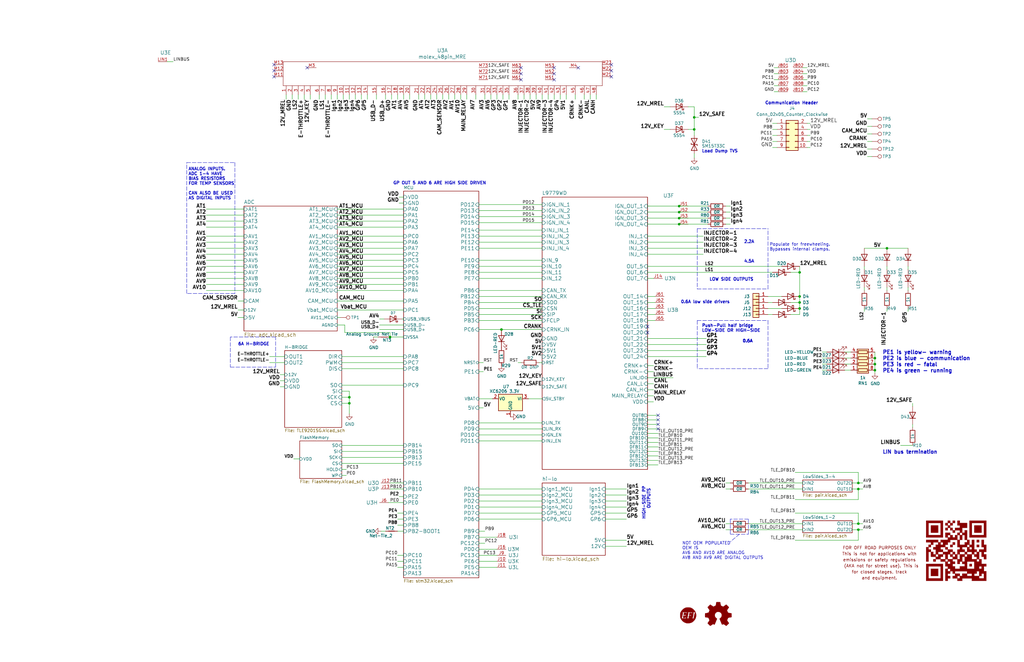
<source format=kicad_sch>
(kicad_sch (version 20211123) (generator eeschema)
  (paper "B")
  (title_block (title "microgerefi-2L") (date "2020-05-24") (rev "R0.5.2") (company "gerefi.com") (comment 1 "Donald Becker") (comment 2 "AI6OD"))
  (junction (at 368.935 156.21))
  (junction (at 286.385 86.995))
  (junction (at 337.185 125.095))
  (junction (at 361.95 206.375))
  (junction (at 361.95 223.52))
  (junction (at 337.185 127.635))
  (junction (at 292.735 49.53))
  (junction (at 286.385 89.535))
  (junction (at 337.185 130.175))
  (junction (at 368.935 153.67))
  (junction (at 337.185 114.935))
  (junction (at 292.735 54.61))
  (junction (at 361.95 203.835))
  (junction (at 368.935 151.13))
  (junction (at 361.95 220.98))
  (junction (at 286.385 92.075))
  (junction (at 374.015 104.775))
  (junction (at 147.32 170.18))
  (junction (at 286.385 94.615))
  (junction (at 147.32 167.64))
  (junction (at 211.455 139.065))
  (junction (at 164.465 142.24))
  (no_connect (at 233.68 28.575))
  (no_connect (at 115.57 27.305))
  (no_connect (at 233.68 33.655))
  (no_connect (at 243.84 28.575))
  (no_connect (at 219.71 33.655))
  (no_connect (at 257.81 32.385))
  (no_connect (at 277.495 177.165))
  (no_connect (at 257.81 29.845))
  (no_connect (at 219.71 28.575))
  (no_connect (at 273.05 140.335))
  (no_connect (at 115.57 29.845))
  (no_connect (at 277.495 175.26))
  (no_connect (at 233.68 31.115))
  (no_connect (at 277.495 180.975))
  (no_connect (at 129.54 28.575))
  (no_connect (at 115.57 32.385))
  (no_connect (at 257.81 27.305))
  (no_connect (at 277.495 179.07))
  (no_connect (at 219.71 31.115))
  (no_connect (at 273.05 137.795))
  (wire (pts (xy 201.93 211.455) (xy 228.6 211.455)))
  (wire (pts (xy 201.93 234.315) (xy 209.55 234.315)))
  (wire (pts (xy 382.905 121.285) (xy 382.905 122.555)))
  (wire (pts (xy 170.18 203.835) (xy 164.465 203.835)))
  (polyline (pts (xy 315.595 225.425) (xy 315.595 219.075)))
  (wire (pts (xy 170.18 90.805) (xy 142.24 90.805)))
  (wire (pts (xy 264.16 211.455) (xy 255.27 211.455)))
  (wire (pts (xy 179.07 40.005) (xy 179.07 41.91)))
  (wire (pts (xy 189.23 40.005) (xy 189.23 41.91)))
  (wire (pts (xy 142.24 102.235) (xy 170.18 102.235)))
  (wire (pts (xy 306.07 206.375) (xy 307.975 206.375)))
  (wire (pts (xy 306.07 92.075) (xy 307.975 92.075)))
  (wire (pts (xy 326.39 28.575) (xy 328.295 28.575)))
  (wire (pts (xy 273.05 196.215) (xy 277.495 196.215)))
  (wire (pts (xy 273.05 104.775) (xy 296.545 104.775)))
  (wire (pts (xy 164.465 142.24) (xy 164.465 140.335)))
  (wire (pts (xy 273.05 154.305) (xy 275.59 154.305)))
  (wire (pts (xy 361.95 206.375) (xy 363.855 206.375)))
  (wire (pts (xy 273.05 99.695) (xy 296.545 99.695)))
  (wire (pts (xy 359.41 220.98) (xy 361.95 220.98)))
  (wire (pts (xy 242.57 40.005) (xy 242.57 41.91)))
  (wire (pts (xy 139.7 40.005) (xy 139.7 41.91)))
  (wire (pts (xy 340.36 57.15) (xy 341.63 57.15)))
  (wire (pts (xy 157.48 142.24) (xy 159.385 142.24)))
  (wire (pts (xy 167.64 224.155) (xy 170.18 224.155)))
  (wire (pts (xy 144.145 187.96) (xy 170.18 187.96)))
  (wire (pts (xy 273.05 180.975) (xy 277.495 180.975)))
  (wire (pts (xy 223.52 40.005) (xy 223.52 41.91)))
  (wire (pts (xy 374.015 104.775) (xy 364.49 104.775)))
  (wire (pts (xy 264.16 219.075) (xy 255.27 219.075)))
  (wire (pts (xy 273.05 107.315) (xy 296.545 107.315)))
  (polyline (pts (xy 294.005 135.255) (xy 294.005 155.575)))
  (wire (pts (xy 323.85 127.635) (xy 325.755 127.635)))
  (wire (pts (xy 382.905 112.395) (xy 382.905 113.665)))
  (wire (pts (xy 248.92 40.005) (xy 248.92 41.91)))
  (wire (pts (xy 273.05 161.925) (xy 275.59 161.925)))
  (wire (pts (xy 273.05 188.595) (xy 277.495 188.595)))
  (wire (pts (xy 147.32 170.18) (xy 147.32 174.625)))
  (wire (pts (xy 273.05 135.255) (xy 276.225 135.255)))
  (wire (pts (xy 144.145 155.575) (xy 170.18 155.575)))
  (wire (pts (xy 120.65 40.005) (xy 120.65 41.91)))
  (polyline (pts (xy 116.205 142.24) (xy 97.155 142.24)))
  (wire (pts (xy 361.95 227.965) (xy 361.95 223.52)))
  (wire (pts (xy 273.05 130.175) (xy 276.225 130.175)))
  (wire (pts (xy 382.905 104.775) (xy 374.015 104.775)))
  (wire (pts (xy 201.93 86.36) (xy 228.6 86.36)))
  (wire (pts (xy 361.95 220.98) (xy 363.855 220.98)))
  (wire (pts (xy 167.64 221.615) (xy 170.18 221.615)))
  (wire (pts (xy 170.18 234.315) (xy 167.64 234.315)))
  (wire (pts (xy 167.64 216.535) (xy 170.18 216.535)))
  (wire (pts (xy 368.935 153.67) (xy 368.935 156.21)))
  (wire (pts (xy 335.28 199.39) (xy 361.95 199.39)))
  (wire (pts (xy 338.455 36.195) (xy 340.36 36.195)))
  (wire (pts (xy 231.14 40.005) (xy 231.14 41.91)))
  (wire (pts (xy 326.39 36.195) (xy 328.295 36.195)))
  (wire (pts (xy 315.595 223.52) (xy 338.455 223.52)))
  (wire (pts (xy 340.36 59.69) (xy 341.63 59.69)))
  (wire (pts (xy 356.235 153.67) (xy 358.775 153.67)))
  (wire (pts (xy 368.935 157.48) (xy 368.935 156.21)))
  (wire (pts (xy 214.63 40.005) (xy 214.63 41.91)))
  (wire (pts (xy 335.28 210.82) (xy 361.95 210.82)))
  (wire (pts (xy 86.995 107.315) (xy 102.87 107.315)))
  (wire (pts (xy 170.18 95.885) (xy 142.24 95.885)))
  (wire (pts (xy 335.28 227.965) (xy 361.95 227.965)))
  (wire (pts (xy 170.18 239.395) (xy 167.64 239.395)))
  (wire (pts (xy 292.735 45.085) (xy 292.735 49.53)))
  (wire (pts (xy 236.22 40.005) (xy 236.22 41.91)))
  (wire (pts (xy 290.195 45.085) (xy 292.735 45.085)))
  (wire (pts (xy 181.61 40.005) (xy 181.61 41.91)))
  (wire (pts (xy 152.4 40.005) (xy 152.4 41.91)))
  (wire (pts (xy 264.16 216.535) (xy 255.27 216.535)))
  (wire (pts (xy 144.145 153.035) (xy 170.18 153.035)))
  (wire (pts (xy 86.995 122.555) (xy 102.87 122.555)))
  (wire (pts (xy 384.81 179.07) (xy 384.81 180.34)))
  (wire (pts (xy 374.015 112.395) (xy 374.015 113.665)))
  (wire (pts (xy 168.275 209.55) (xy 170.18 209.55)))
  (wire (pts (xy 273.05 182.88) (xy 277.495 182.88)))
  (wire (pts (xy 356.235 156.21) (xy 358.775 156.21)))
  (wire (pts (xy 340.36 52.07) (xy 341.63 52.07)))
  (wire (pts (xy 170.18 212.09) (xy 163.83 212.09)))
  (wire (pts (xy 142.24 114.935) (xy 170.18 114.935)))
  (wire (pts (xy 130.81 40.005) (xy 130.81 41.91)))
  (wire (pts (xy 340.36 62.23) (xy 341.63 62.23)))
  (wire (pts (xy 154.94 40.005) (xy 154.94 41.91)))
  (wire (pts (xy 170.18 195.58) (xy 144.145 195.58)))
  (wire (pts (xy 201.93 153.035) (xy 203.835 153.035)))
  (wire (pts (xy 184.15 40.005) (xy 184.15 41.91)))
  (wire (pts (xy 86.995 99.695) (xy 102.87 99.695)))
  (polyline (pts (xy 294.005 96.52) (xy 294.005 121.92)))
  (wire (pts (xy 170.18 190.5) (xy 144.145 190.5)))
  (wire (pts (xy 323.85 125.095) (xy 329.565 125.095)))
  (polyline (pts (xy 307.975 225.425) (xy 315.595 225.425)))
  (wire (pts (xy 118.11 158.115) (xy 120.015 158.115)))
  (wire (pts (xy 255.27 227.965) (xy 264.16 227.965)))
  (wire (pts (xy 286.385 94.615) (xy 298.45 94.615)))
  (wire (pts (xy 356.235 148.59) (xy 358.775 148.59)))
  (wire (pts (xy 306.07 203.835) (xy 307.975 203.835)))
  (wire (pts (xy 361.95 223.52) (xy 363.855 223.52)))
  (wire (pts (xy 346.71 153.67) (xy 348.615 153.67)))
  (wire (pts (xy 201.93 93.98) (xy 228.6 93.98)))
  (wire (pts (xy 365.76 50.165) (xy 367.665 50.165)))
  (wire (pts (xy 201.93 183.515) (xy 228.6 183.515)))
  (wire (pts (xy 338.455 38.735) (xy 340.36 38.735)))
  (wire (pts (xy 315.595 203.835) (xy 338.455 203.835)))
  (wire (pts (xy 365.76 53.34) (xy 367.665 53.34)))
  (wire (pts (xy 170.18 88.265) (xy 142.24 88.265)))
  (wire (pts (xy 120.015 150.495) (xy 113.665 150.495)))
  (wire (pts (xy 379.73 187.96) (xy 384.81 187.96)))
  (wire (pts (xy 306.07 86.995) (xy 307.975 86.995)))
  (wire (pts (xy 186.69 40.005) (xy 186.69 41.91)))
  (wire (pts (xy 201.93 213.995) (xy 228.6 213.995)))
  (wire (pts (xy 292.735 54.61) (xy 290.195 54.61)))
  (wire (pts (xy 142.24 120.015) (xy 170.18 120.015)))
  (wire (pts (xy 142.24 133.985) (xy 143.51 133.985)))
  (wire (pts (xy 158.75 40.005) (xy 158.75 41.91)))
  (wire (pts (xy 228.6 117.475) (xy 201.93 117.475)))
  (wire (pts (xy 123.825 193.675) (xy 126.365 193.675)))
  (wire (pts (xy 255.27 213.995) (xy 264.16 213.995)))
  (wire (pts (xy 361.95 203.835) (xy 363.855 203.835)))
  (wire (pts (xy 201.93 99.695) (xy 228.6 99.695)))
  (wire (pts (xy 361.95 216.535) (xy 361.95 220.98)))
  (wire (pts (xy 346.71 148.59) (xy 348.615 148.59)))
  (wire (pts (xy 160.02 139.065) (xy 170.18 139.065)))
  (wire (pts (xy 337.185 114.935) (xy 337.185 112.395)))
  (wire (pts (xy 201.93 226.695) (xy 209.55 226.695)))
  (wire (pts (xy 273.05 194.31) (xy 277.495 194.31)))
  (wire (pts (xy 325.755 59.69) (xy 327.66 59.69)))
  (wire (pts (xy 170.18 99.695) (xy 142.24 99.695)))
  (wire (pts (xy 365.76 62.865) (xy 367.665 62.865)))
  (wire (pts (xy 220.98 40.005) (xy 220.98 41.91)))
  (wire (pts (xy 368.935 148.59) (xy 368.935 151.13)))
  (wire (pts (xy 201.93 127.635) (xy 228.6 127.635)))
  (wire (pts (xy 338.455 33.655) (xy 340.36 33.655)))
  (wire (pts (xy 246.38 40.005) (xy 246.38 41.91)))
  (wire (pts (xy 144.145 165.1) (xy 147.32 165.1)))
  (wire (pts (xy 201.93 139.065) (xy 211.455 139.065)))
  (wire (pts (xy 100.33 130.81) (xy 102.87 130.81)))
  (polyline (pts (xy 323.85 135.255) (xy 323.85 155.575)))
  (wire (pts (xy 176.53 40.005) (xy 176.53 41.91)))
  (wire (pts (xy 218.44 153.035) (xy 219.71 153.035)))
  (wire (pts (xy 201.93 91.44) (xy 228.6 91.44)))
  (wire (pts (xy 170.18 107.315) (xy 142.24 107.315)))
  (wire (pts (xy 280.035 45.085) (xy 282.575 45.085)))
  (wire (pts (xy 306.07 223.52) (xy 307.975 223.52)))
  (wire (pts (xy 201.93 239.395) (xy 209.55 239.395)))
  (wire (pts (xy 264.16 208.915) (xy 255.27 208.915)))
  (wire (pts (xy 364.49 121.285) (xy 364.49 122.555)))
  (wire (pts (xy 100.33 127) (xy 102.87 127)))
  (wire (pts (xy 137.16 40.005) (xy 137.16 41.91)))
  (wire (pts (xy 201.93 178.435) (xy 228.6 178.435)))
  (wire (pts (xy 273.05 112.395) (xy 329.565 112.395)))
  (wire (pts (xy 86.995 95.885) (xy 102.87 95.885)))
  (wire (pts (xy 168.275 83.185) (xy 170.18 83.185)))
  (wire (pts (xy 346.71 156.21) (xy 348.615 156.21)))
  (wire (pts (xy 142.24 112.395) (xy 170.18 112.395)))
  (wire (pts (xy 165.1 40.005) (xy 165.1 41.91)))
  (wire (pts (xy 228.6 40.005) (xy 228.6 41.91)))
  (wire (pts (xy 361.95 210.82) (xy 361.95 206.375)))
  (wire (pts (xy 273.05 190.5) (xy 277.495 190.5)))
  (polyline (pts (xy 78.74 123.825) (xy 78.74 68.58)))
  (polyline (pts (xy 323.85 121.92) (xy 323.85 96.52)))
  (polyline (pts (xy 315.595 219.075) (xy 307.975 219.075)))
  (polyline (pts (xy 294.005 135.255) (xy 323.85 135.255)))
  (wire (pts (xy 142.24 117.475) (xy 170.18 117.475)))
  (wire (pts (xy 144.145 193.04) (xy 170.18 193.04)))
  (wire (pts (xy 292.735 66.675) (xy 292.735 64.77)))
  (wire (pts (xy 167.64 236.855) (xy 170.18 236.855)))
  (wire (pts (xy 364.49 112.395) (xy 364.49 113.665)))
  (wire (pts (xy 147.32 167.64) (xy 147.32 170.18)))
  (wire (pts (xy 201.93 132.715) (xy 228.6 132.715)))
  (wire (pts (xy 201.93 97.155) (xy 228.6 97.155)))
  (wire (pts (xy 273.05 89.535) (xy 286.385 89.535)))
  (wire (pts (xy 323.85 132.715) (xy 325.755 132.715)))
  (wire (pts (xy 273.05 169.545) (xy 275.59 169.545)))
  (wire (pts (xy 365.76 66.04) (xy 367.665 66.04)))
  (wire (pts (xy 149.86 40.005) (xy 149.86 41.91)))
  (wire (pts (xy 70.485 26.035) (xy 73.025 26.035)))
  (wire (pts (xy 273.05 164.465) (xy 275.59 164.465)))
  (wire (pts (xy 273.05 156.845) (xy 275.59 156.845)))
  (wire (pts (xy 118.11 160.655) (xy 120.015 160.655)))
  (wire (pts (xy 201.93 206.375) (xy 228.6 206.375)))
  (wire (pts (xy 335.28 216.535) (xy 361.95 216.535)))
  (wire (pts (xy 286.385 86.995) (xy 298.45 86.995)))
  (wire (pts (xy 346.71 151.13) (xy 348.615 151.13)))
  (wire (pts (xy 325.755 52.07) (xy 327.66 52.07)))
  (wire (pts (xy 326.39 31.115) (xy 328.295 31.115)))
  (wire (pts (xy 306.07 89.535) (xy 307.975 89.535)))
  (wire (pts (xy 211.455 139.065) (xy 228.6 139.065)))
  (wire (pts (xy 170.18 93.345) (xy 142.24 93.345)))
  (wire (pts (xy 273.05 147.955) (xy 297.815 147.955)))
  (wire (pts (xy 160.02 137.16) (xy 170.18 137.16)))
  (wire (pts (xy 292.735 54.61) (xy 292.735 57.15)))
  (wire (pts (xy 292.735 49.53) (xy 292.735 54.61)))
  (wire (pts (xy 142.24 130.81) (xy 170.18 130.81)))
  (wire (pts (xy 201.93 168.275) (xy 207.645 168.275)))
  (wire (pts (xy 86.995 117.475) (xy 102.87 117.475)))
  (wire (pts (xy 201.93 216.535) (xy 228.6 216.535)))
  (wire (pts (xy 164.465 140.335) (xy 145.415 140.335)))
  (wire (pts (xy 196.85 40.005) (xy 196.85 41.91)))
  (wire (pts (xy 368.935 151.13) (xy 368.935 153.67)))
  (wire (pts (xy 212.09 40.005) (xy 212.09 41.91)))
  (wire (pts (xy 164.465 142.24) (xy 170.18 142.24)))
  (wire (pts (xy 201.93 229.235) (xy 204.47 229.235)))
  (wire (pts (xy 201.93 130.175) (xy 228.6 130.175)))
  (wire (pts (xy 142.24 127) (xy 170.18 127)))
  (wire (pts (xy 123.19 40.005) (xy 123.19 41.91)))
  (wire (pts (xy 356.235 151.13) (xy 358.775 151.13)))
  (wire (pts (xy 144.145 198.12) (xy 146.05 198.12)))
  (wire (pts (xy 209.55 40.005) (xy 209.55 41.91)))
  (wire (pts (xy 323.85 130.175) (xy 329.565 130.175)))
  (wire (pts (xy 100.33 133.985) (xy 102.87 133.985)))
  (wire (pts (xy 144.145 167.64) (xy 147.32 167.64)))
  (wire (pts (xy 200.66 41.91) (xy 200.66 40.005)))
  (wire (pts (xy 374.015 121.285) (xy 374.015 122.555)))
  (wire (pts (xy 228.6 104.775) (xy 201.93 104.775)))
  (wire (pts (xy 218.44 40.005) (xy 218.44 41.91)))
  (wire (pts (xy 144.145 170.18) (xy 147.32 170.18)))
  (wire (pts (xy 292.735 49.53) (xy 294.64 49.53)))
  (wire (pts (xy 337.185 130.175) (xy 337.185 127.635)))
  (wire (pts (xy 255.27 230.505) (xy 264.16 230.505)))
  (wire (pts (xy 167.64 40.005) (xy 167.64 41.91)))
  (wire (pts (xy 273.05 159.385) (xy 283.845 159.385)))
  (wire (pts (xy 365.76 59.69) (xy 367.665 59.69)))
  (wire (pts (xy 201.93 156.845) (xy 203.835 156.845)))
  (wire (pts (xy 340.36 54.61) (xy 341.63 54.61)))
  (wire (pts (xy 273.05 117.475) (xy 275.59 117.475)))
  (wire (pts (xy 359.41 223.52) (xy 361.95 223.52)))
  (wire (pts (xy 144.78 40.005) (xy 144.78 41.91)))
  (wire (pts (xy 201.93 88.9) (xy 228.6 88.9)))
  (wire (pts (xy 227.33 153.035) (xy 228.6 153.035)))
  (wire (pts (xy 144.145 162.56) (xy 170.18 162.56)))
  (wire (pts (xy 169.545 134.62) (xy 170.18 134.62)))
  (wire (pts (xy 337.185 127.635) (xy 337.185 125.095)))
  (wire (pts (xy 359.41 206.375) (xy 361.95 206.375)))
  (wire (pts (xy 207.01 41.91) (xy 207.01 40.005)))
  (wire (pts (xy 86.995 93.345) (xy 102.87 93.345)))
  (wire (pts (xy 86.995 112.395) (xy 102.87 112.395)))
  (polyline (pts (xy 99.06 68.58) (xy 99.06 123.825)))
  (wire (pts (xy 338.455 31.115) (xy 340.36 31.115)))
  (wire (pts (xy 264.16 206.375) (xy 255.27 206.375)))
  (wire (pts (xy 191.77 40.005) (xy 191.77 41.91)))
  (polyline (pts (xy 99.06 123.825) (xy 78.74 123.825)))
  (wire (pts (xy 359.41 203.835) (xy 361.95 203.835)))
  (wire (pts (xy 201.93 208.915) (xy 228.6 208.915)))
  (wire (pts (xy 118.11 163.195) (xy 120.015 163.195)))
  (wire (pts (xy 144.145 200.66) (xy 146.05 200.66)))
  (polyline (pts (xy 307.975 219.075) (xy 307.975 225.425)))
  (wire (pts (xy 333.375 114.935) (xy 337.185 114.935)))
  (wire (pts (xy 273.05 132.715) (xy 276.225 132.715)))
  (wire (pts (xy 337.185 132.715) (xy 337.185 130.175)))
  (wire (pts (xy 273.05 167.005) (xy 275.59 167.005)))
  (wire (pts (xy 325.755 57.15) (xy 327.66 57.15)))
  (wire (pts (xy 251.46 40.005) (xy 251.46 41.91)))
  (wire (pts (xy 201.93 102.235) (xy 228.6 102.235)))
  (wire (pts (xy 86.995 102.235) (xy 102.87 102.235)))
  (wire (pts (xy 286.385 89.535) (xy 298.45 89.535)))
  (wire (pts (xy 273.05 86.995) (xy 286.385 86.995)))
  (wire (pts (xy 384.81 170.18) (xy 384.81 171.45)))
  (wire (pts (xy 228.6 109.855) (xy 201.93 109.855)))
  (wire (pts (xy 142.24 122.555) (xy 170.18 122.555)))
  (wire (pts (xy 315.595 220.98) (xy 338.455 220.98)))
  (wire (pts (xy 337.185 125.095) (xy 337.185 114.935)))
  (wire (pts (xy 228.6 186.055) (xy 201.93 186.055)))
  (wire (pts (xy 201.93 122.555) (xy 228.6 122.555)))
  (wire (pts (xy 201.93 224.155) (xy 204.47 224.155)))
  (wire (pts (xy 273.05 179.07) (xy 277.495 179.07)))
  (wire (pts (xy 238.76 40.005) (xy 238.76 41.91)))
  (wire (pts (xy 147.32 40.005) (xy 147.32 41.91)))
  (wire (pts (xy 172.72 40.005) (xy 172.72 41.91)))
  (wire (pts (xy 273.05 145.415) (xy 297.815 145.415)))
  (wire (pts (xy 194.31 40.005) (xy 194.31 41.91)))
  (wire (pts (xy 86.995 114.935) (xy 102.87 114.935)))
  (wire (pts (xy 273.05 175.26) (xy 277.495 175.26)))
  (wire (pts (xy 326.39 33.655) (xy 328.295 33.655)))
  (wire (pts (xy 142.24 40.005) (xy 142.24 41.91)))
  (polyline (pts (xy 311.785 225.425) (xy 307.975 228.6)))
  (wire (pts (xy 170.18 40.005) (xy 170.18 41.91)))
  (wire (pts (xy 201.93 236.855) (xy 209.55 236.855)))
  (polyline (pts (xy 78.74 68.58) (xy 99.06 68.58)))
  (wire (pts (xy 315.595 206.375) (xy 338.455 206.375)))
  (wire (pts (xy 204.47 40.005) (xy 204.47 41.91)))
  (wire (pts (xy 374.015 130.175) (xy 374.015 131.445)))
  (wire (pts (xy 273.05 125.095) (xy 276.225 125.095)))
  (wire (pts (xy 201.93 219.075) (xy 228.6 219.075)))
  (polyline (pts (xy 294.005 96.52) (xy 323.85 96.52)))
  (wire (pts (xy 201.93 172.085) (xy 203.835 172.085)))
  (wire (pts (xy 86.995 104.775) (xy 102.87 104.775)))
  (wire (pts (xy 222.885 168.275) (xy 228.6 168.275)))
  (wire (pts (xy 286.385 92.075) (xy 298.45 92.075)))
  (wire (pts (xy 145.415 137.16) (xy 142.24 137.16)))
  (wire (pts (xy 160.655 224.155) (xy 162.56 224.155)))
  (wire (pts (xy 125.73 40.005) (xy 125.73 41.91)))
  (wire (pts (xy 273.05 192.405) (xy 277.495 192.405)))
  (wire (pts (xy 364.49 130.175) (xy 364.49 131.445)))
  (wire (pts (xy 233.68 40.005) (xy 233.68 41.91)))
  (wire (pts (xy 167.64 219.075) (xy 170.18 219.075)))
  (wire (pts (xy 326.39 38.735) (xy 328.295 38.735)))
  (wire (pts (xy 273.05 142.875) (xy 297.815 142.875)))
  (polyline (pts (xy 323.85 155.575) (xy 294.005 155.575)))
  (wire (pts (xy 273.05 114.935) (xy 325.755 114.935)))
  (wire (pts (xy 86.995 120.015) (xy 102.87 120.015)))
  (polyline (pts (xy 294.005 121.92) (xy 323.85 121.92)))
  (wire (pts (xy 273.05 186.69) (xy 277.495 186.69)))
  (wire (pts (xy 168.275 85.725) (xy 170.18 85.725)))
  (wire (pts (xy 134.62 40.005) (xy 134.62 41.91)))
  (wire (pts (xy 228.6 112.395) (xy 201.93 112.395)))
  (wire (pts (xy 86.995 88.265) (xy 102.87 88.265)))
  (wire (pts (xy 201.93 180.975) (xy 228.6 180.975)))
  (wire (pts (xy 273.05 184.785) (xy 277.495 184.785)))
  (wire (pts (xy 162.56 40.005) (xy 162.56 41.91)))
  (wire (pts (xy 273.05 177.165) (xy 277.495 177.165)))
  (wire (pts (xy 128.27 40.005) (xy 128.27 41.91)))
  (wire (pts (xy 120.015 153.035) (xy 113.665 153.035)))
  (wire (pts (xy 170.18 109.855) (xy 142.24 109.855)))
  (wire (pts (xy 86.995 90.805) (xy 102.87 90.805)))
  (wire (pts (xy 325.755 54.61) (xy 327.66 54.61)))
  (wire (pts (xy 306.07 220.98) (xy 307.975 220.98)))
  (wire (pts (xy 145.415 140.335) (xy 145.415 137.16)))
  (wire (pts (xy 361.95 199.39) (xy 361.95 203.835)))
  (wire (pts (xy 333.375 132.715) (xy 337.185 132.715)))
  (wire (pts (xy 365.76 56.515) (xy 367.665 56.515)))
  (polyline (pts (xy 97.155 142.24) (xy 97.155 154.94)))
  (wire (pts (xy 226.06 40.005) (xy 226.06 41.91)))
  (wire (pts (xy 306.07 94.615) (xy 307.975 94.615)))
  (wire (pts (xy 228.6 114.935) (xy 201.93 114.935)))
  (wire (pts (xy 160.02 134.62) (xy 161.925 134.62)))
  (wire (pts (xy 201.93 231.775) (xy 209.55 231.775)))
  (wire (pts (xy 144.145 150.495) (xy 170.18 150.495)))
  (wire (pts (xy 273.05 92.075) (xy 286.385 92.075)))
  (polyline (pts (xy 116.205 154.94) (xy 116.205 142.24)))
  (wire (pts (xy 147.32 165.1) (xy 147.32 167.64)))
  (wire (pts (xy 86.995 109.855) (xy 102.87 109.855)))
  (polyline (pts (xy 97.155 154.94) (xy 116.205 154.94)))
  (wire (pts (xy 333.375 127.635) (xy 337.185 127.635)))
  (wire (pts (xy 338.455 28.575) (xy 340.36 28.575)))
  (wire (pts (xy 273.05 150.495) (xy 297.815 150.495)))
  (wire (pts (xy 325.755 62.23) (xy 327.66 62.23)))
  (wire (pts (xy 170.18 104.775) (xy 142.24 104.775)))
  (wire (pts (xy 280.035 54.61) (xy 282.575 54.61)))
  (wire (pts (xy 201.93 125.095) (xy 228.6 125.095)))
  (wire (pts (xy 170.18 206.375) (xy 164.465 206.375)))
  (wire (pts (xy 201.93 135.255) (xy 228.6 135.255)))
  (wire (pts (xy 273.05 102.235) (xy 296.545 102.235)))
  (wire (pts (xy 273.05 127.635) (xy 276.225 127.635)))
  (wire (pts (xy 382.905 130.175) (xy 382.905 131.445)))
  (wire (pts (xy 273.05 94.615) (xy 286.385 94.615)))
  (text "GP OUT 5 AND 6 ARE HIGH SIDE DRIVEN" (at 165.735 78.105 0) (effects (font (size 1.27 1.27) (thickness 0.254) bold) (justify left bottom)))
  (text "6A H-BRIDGE" (at 100.33 146.05 0) (effects (font (size 1.27 1.27) (thickness 0.254) bold) (justify left bottom)))
  (text "Load Dump TVS\n\n" (at 295.91 66.675 0) (effects (font (size 1.27 1.27) (thickness 0.254) bold) (justify left bottom)))
  (text "0.6A" (at 313.055 144.78 0) (effects (font (size 1.27 1.27) (thickness 0.254) bold) (justify left bottom)))
  (text "0.6A low side drivers" (at 287.02 128.27 0) (effects (font (size 1.27 1.27) (thickness 0.254) bold) (justify left bottom)))
  (text "0.6A" (at 313.055 144.78 0) (effects (font (size 1.27 1.27) (thickness 0.254) bold) (justify left bottom)))
  (text "NOT OEM POPULATED\nOEM IS \nAV6 AND AV10 ARE ANALOG\nAV8 AND AV9 ARE DIGITAL OUTPUTS" (at 287.655 236.22 0) (effects (font (size 1.27 1.27)) (justify left bottom)))
  (text "Communication Header\n\n" (at 322.58 46.355 0) (effects (font (size 1.27 1.27) (thickness 0.254) bold) (justify left bottom)))
  (text "ANALOG INPUTS.\nADC 1-4 HAVE \nBIAS RESISTORS \nFOR TEMP SENSORS\n\nCAN ALSO BE USED \nAS DIGITAL INPUTS" (at 79.375 84.455 0) (effects (font (size 1.27 1.27) (thickness 0.254) bold) (justify left bottom)))
  (text "LOW SIDE OUTPUTS\n" (at 299.085 118.745 0) (effects (font (size 1.27 1.27) (thickness 0.254) bold) (justify left bottom)))
  (text "Push-Pull half bridge\nLOW-SIDE OR HIGH-SIDE" (at 295.91 140.335 0) (effects (font (size 1.27 1.27) (thickness 0.254) bold) (justify left bottom)))
  (text "4.5A" (at 313.69 111.125 0) (effects (font (size 1.27 1.27) (thickness 0.254) bold) (justify left bottom)))
  (text "PE1 is yellow- warning\nPE2 is blue - communication\nPE3 is red - fatal\nPE4 is green - running" (at 372.11 157.48 0) (effects (font (size 1.6002 1.6002) (thickness 0.32) bold) (justify left bottom)))
  (text "HIGH-SIDE PP\nOUTPUTS \n" (at 274.32 205.105 270) (effects (font (size 1.27 1.27) (thickness 0.254) bold) (justify right bottom)))
  (text "Populate for freewheeling.\nBypasses internal clamps." (at 324.485 106.045 0) (effects (font (size 1.27 1.27)) (justify left bottom)))
  (text "2.2A" (at 313.69 102.87 0) (effects (font (size 1.27 1.27) (thickness 0.254) bold) (justify left bottom)))
  (text "LIN bus termination" (at 372.11 191.77 0) (effects (font (size 1.524 1.524) (thickness 0.3048) bold) (justify left bottom)))
  (label "CANL" (at 248.92 41.91 270) (effects (font (size 1.524 1.524) (thickness 0.3048) bold)))
  (label "12V_MREL" (at 280.035 45.085 180) (effects (font (size 1.524 1.524) (thickness 0.3048) bold)))
  (label "AV9" (at 363.855 203.835 0))
  (label "LS2" (at 125.73 41.91 270) (effects (font (size 1.524 1.524) (thickness 0.3048) bold)))
  (label "AV10" (at 86.995 122.555 180) (effects (font (size 1.524 1.524) (thickness 0.3048) bold)))
  (label "PA15" (at 326.39 36.195 180))
  (label "12V_SAFE" (at 205.74 31.115 0))
  (label "TLE_OUT13_PRE" (at 335.28 220.98 180))
  (label "E-THROTTLE+" (at 128.27 41.91 270) (effects (font (size 1.524 1.524) (thickness 0.3048) bold)))
  (label "PC10" (at 167.64 234.315 180))
  (label "AT4_MCU" (at 142.875 95.885 0) (effects (font (size 1.524 1.524) (thickness 0.3048) bold)))
  (label "PC13" (at 203.835 234.315 0))
  (label "CAM_MCU" (at 142.875 127 0) (effects (font (size 1.524 1.524) (thickness 0.3048) bold)))
  (label "AV9" (at 228.6 41.91 270) (effects (font (size 1.524 1.524) (thickness 0.3048) bold)))
  (label "INJECTOR-4" (at 296.545 107.315 0) (effects (font (size 1.524 1.524) (thickness 0.3048) bold)))
  (label "INJECTOR-3" (at 296.545 104.775 0) (effects (font (size 1.524 1.524) (thickness 0.3048) bold)))
  (label "TLE_DFB10" (at 335.28 199.39 180))
  (label "AV3" (at 86.995 104.775 180) (effects (font (size 1.524 1.524) (thickness 0.3048) bold)))
  (label "E-THROTTLE-" (at 113.665 153.035 180) (effects (font (thickness 0.254) bold)))
  (label "12V_MREL" (at 120.65 41.91 270) (effects (font (size 1.524 1.524) (thickness 0.3048) bold)))
  (label "TLE_DFB11" (at 277.495 188.595 0))
  (label "CRANK" (at 228.6 139.065 180) (effects (font (size 1.524 1.524) (thickness 0.3048) bold)))
  (label "AV9" (at 86.995 120.015 180) (effects (font (size 1.524 1.524) (thickness 0.3048) bold)))
  (label "AT3" (at 86.995 93.345 180) (effects (font (size 1.524 1.524) (thickness 0.3048) bold)))
  (label "5V" (at 100.33 133.985 180) (effects (font (size 1.524 1.524) (thickness 0.3048) bold)))
  (label "AT3_MCU" (at 142.875 93.345 0) (effects (font (size 1.524 1.524) (thickness 0.3048) bold)))
  (label "TLE_DFB12" (at 335.28 227.965 180))
  (label "AV10_MCU" (at 142.875 122.555 0) (effects (font (size 1.524 1.524) (thickness 0.3048) bold)))
  (label "VDD" (at 340.36 31.115 0))
  (label "TLE_OUT11_PRE" (at 335.28 206.375 180))
  (label "AV4_MCU" (at 142.875 107.315 0) (effects (font (size 1.524 1.524) (thickness 0.3048) bold)))
  (label "GP2" (at 212.09 41.91 270) (effects (font (size 1.524 1.524) (thickness 0.3048) bold)))
  (label "AV6" (at 207.01 41.91 270) (effects (font (size 1.524 1.524) (thickness 0.3048) bold)))
  (label "AV8_MCU" (at 306.07 206.375 180) (effects (font (size 1.524 1.524) (thickness 0.3048) bold)))
  (label "AT1" (at 167.64 41.91 270) (effects (font (size 1.524 1.524) (thickness 0.3048) bold)))
  (label "PB10" (at 169.545 206.375 180))
  (label "12V_MREL" (at 337.185 112.395 0) (effects (font (size 1.524 1.524) (thickness 0.3048) bold)))
  (label "INJECTOR-3" (at 231.14 41.91 270) (effects (font (size 1.524 1.524) (thickness 0.3048) bold)))
  (label "PE2" (at 168.275 209.55 180) (effects (font (thickness 0.254) bold)))
  (label "GP3" (at 209.55 41.91 270) (effects (font (size 1.524 1.524) (thickness 0.3048) bold)))
  (label "SI" (at 228.6 132.715 180) (effects (font (size 1.524 1.524) (thickness 0.3048) bold)))
  (label "12V_MREL" (at 264.16 230.505 0) (effects (font (size 1.524 1.524) (thickness 0.3048) bold)))
  (label "INJECTOR-2" (at 223.52 41.91 270) (effects (font (size 1.524 1.524) (thickness 0.3048) bold)))
  (label "5V" (at 203.835 172.085 0) (effects (font (size 1.524 1.524) (thickness 0.3048) bold)))
  (label "TLE_OUT13_PRE" (at 277.495 194.31 0))
  (label "PD12" (at 225.425 86.36 180))
  (label "5V" (at 228.6 145.415 180) (effects (font (size 1.524 1.524) (thickness 0.3048) bold)))
  (label "AV8" (at 363.855 206.375 0))
  (label "AV5" (at 86.995 109.855 180) (effects (font (size 1.524 1.524) (thickness 0.3048) bold)))
  (label "PC12" (at 204.47 229.235 0))
  (label "GND" (at 325.755 62.23 180) (effects (font (size 1.524 1.524))))
  (label "PB11" (at 169.545 203.835 180))
  (label "5V1" (at 228.6 147.955 180) (effects (font (size 1.524 1.524) (thickness 0.3048) bold)))
  (label "AT2" (at 86.995 90.805 180) (effects (font (size 1.524 1.524) (thickness 0.3048) bold)))
  (label "E-THROTTLE-" (at 139.7 41.91 270) (effects (font (size 1.524 1.524) (thickness 0.3048) bold)))
  (label "12V_SAFE" (at 205.74 33.655 0))
  (label "GP4" (at 297.815 150.495 0) (effects (font (size 1.524 1.524) (thickness 0.3048) bold)))
  (label "CAM_SENSOR" (at 100.33 127 180) (effects (font (size 1.524 1.524) (thickness 0.3048) bold)))
  (label "MAIN_RELAY" (at 196.85 41.91 270) (effects (font (size 1.524 1.524) (thickness 0.3048) bold)))
  (label "AT3" (at 184.15 41.91 270) (effects (font (size 1.524 1.524) (thickness 0.3048) bold)))
  (label "LINBUS" (at 379.73 187.96 180) (effects (font (size 1.524 1.524) (thickness 0.3048) bold)))
  (label "Ign1" (at 142.24 41.91 270) (effects (font (size 1.524 1.524) (thickness 0.3048) bold)))
  (label "GP2" (at 297.815 145.415 0) (effects (font (size 1.524 1.524) (thickness 0.3048) bold)))
  (label "TLE_DFB12" (at 277.495 192.405 0))
  (label "INJECTOR-1" (at 220.98 41.91 270) (effects (font (size 1.524 1.524) (thickness 0.3048) bold)))
  (label "USB_D+" (at 160.02 139.065 180) (effects (font (thickness 0.254) bold)))
  (label "PE4" (at 346.71 156.21 180) (effects (font (thickness 0.254) bold)))
  (label "12V_SAFE" (at 205.74 28.575 0))
  (label "E-THROTTLE+" (at 113.665 150.495 180) (effects (font (thickness 0.254) bold)))
  (label "5V" (at 325.755 52.07 180) (effects (font (size 1.524 1.524))))
  (label "12V_MREL" (at 365.76 62.865 180) (effects (font (size 1.524 1.524) (thickness 0.3048) bold)))
  (label "Ign4" (at 264.16 213.995 0) (effects (font (size 1.524 1.524) (thickness 0.3048) bold)))
  (label "CRNK-" (at 275.59 156.845 0) (effects (font (size 1.524 1.524) (thickness 0.3048) bold)))
  (label "AV8_MCU" (at 142.875 117.475 0) (effects (font (size 1.524 1.524) (thickness 0.3048) bold)))
  (label "INJECTOR-2" (at 296.545 102.235 0) (effects (font (size 1.524 1.524) (thickness 0.3048) bold)))
  (label "CANH" (at 251.46 41.91 270) (effects (font (size 1.524 1.524) (thickness 0.3048) bold)))
  (label "LS1" (at 137.16 41.91 270) (effects (font (size 1.524 1.524) (thickness 0.3048) bold)))
  (label "PD14" (at 225.425 91.44 180))
  (label "CRNK+" (at 275.59 154.305 0) (effects (font (size 1.524 1.524) (thickness 0.3048) bold)))
  (label "GP4" (at 236.22 41.91 270) (effects (font (size 1.524 1.524) (thickness 0.3048) bold)))
  (label "GND" (at 134.62 41.91 270) (effects (font (size 1.524 1.524) (thickness 0.3048) bold)))
  (label "LS2" (at 364.49 131.445 270) (effects (font (thickness 0.254) bold)))
  (label "5V2" (at 226.06 41.91 270) (effects (font (size 1.524 1.524) (thickness 0.3048) bold)))
  (label "AV6" (at 86.995 112.395 180) (effects (font (size 1.524 1.524) (thickness 0.3048) bold)))
  (label "AV4" (at 86.995 107.315 180) (effects (font (size 1.524 1.524) (thickness 0.3048) bold)))
  (label "Ign3" (at 264.16 211.455 0) (effects (font (size 1.524 1.524) (thickness 0.3048) bold)))
  (label "12V_MREL" (at 341.63 52.07 0) (effects (font (size 1.524 1.524))))
  (label "AV10" (at 363.855 220.98 0))
  (label "RST" (at 203.835 153.035 0))
  (label "AV3_MCU" (at 142.875 104.775 0) (effects (font (size 1.524 1.524) (thickness 0.3048) bold)))
  (label "AV9_MCU" (at 306.07 203.835 180) (effects (font (size 1.524 1.524) (thickness 0.3048) bold)))
  (label "12V_SAFE" (at 294.64 49.53 0) (effects (font (size 1.524 1.524) (thickness 0.3048) bold)))
  (label "GND" (at 365.76 53.34 180) (effects (font (size 1.524 1.524) (thickness 0.3048) bold)))
  (label "Vbat_MCU" (at 143.51 130.81 0) (effects (font (size 1.524 1.524) (thickness 0.3048) bold)))
  (label "GP1" (at 297.815 142.875 0) (effects (font (size 1.524 1.524) (thickness 0.3048) bold)))
  (label "PB9" (at 340.36 33.655 0))
  (label "PA15" (at 167.64 239.395 180))
  (label "USB_D-" (at 158.75 41.91 270) (effects (font (size 1.524 1.524) (thickness 0.3048) bold)))
  (label "SO" (at 228.6 127.635 180) (effects (font (size 1.524 1.524) (thickness 0.3048) bold)))
  (label "GP3" (at 297.815 147.955 0) (effects (font (size 1.524 1.524) (thickness 0.3048) bold)))
  (label "CRANK" (at 365.76 59.69 180) (effects (font (size 1.524 1.524) (thickness 0.3048) bold)))
  (label "VDD" (at 118.11 160.655 180) (effects (font (size 1.524 1.524) (thickness 0.3048) bold)))
  (label "AV8" (at 218.44 41.91 270) (effects (font (size 1.524 1.524) (thickness 0.3048) bold)))
  (label "SCK" (at 228.6 135.255 180) (effects (font (size 1.524 1.524) (thickness 0.3048) bold)))
  (label "12V_MREL" (at 118.11 158.115 180) (effects (font (size 1.524 1.524) (thickness 0.3048) bold)))
  (label "PB8" (at 326.39 31.115 180))
  (label "TLE_DFB11" (at 335.28 210.82 180))
  (label "PE3" (at 346.71 153.67 180) (effects (font (thickness 0.254) bold)))
  (label "AV4" (at 170.18 41.91 270) (effects (font (size 1.524 1.524) (thickness 0.3048) bold)))
  (label "PC11" (at 326.39 33.655 180))
  (label "TLE_DFB13" (at 277.495 196.215 0))
  (label "GP4" (at 297.815 150.495 0) (effects (font (size 1.524 1.524) (thickness 0.3048) bold)))
  (label "PE2" (at 346.71 151.13 180) (effects (font (thickness 0.254) bold)))
  (label "Ign1" (at 307.975 86.995 0) (effects (font (size 1.524 1.524) (thickness 0.3048) bold)))
  (label "GP5" (at 264.16 216.535 0) (effects (font (size 1.524 1.524) (thickness 0.3048) bold)))
  (label "VDD" (at 365.76 66.04 180) (effects (font (size 1.524 1.524) (thickness 0.3048) bold)))
  (label "PB8" (at 325.755 54.61 180))
  (label "12V_MREL" (at 100.33 130.81 180) (effects (font (size 1.524 1.524) (thickness 0.3048) bold)))
  (label "AV5_MCU" (at 142.875 109.855 0) (effects (font (size 1.524 1.524) (thickness 0.3048) bold)))
  (label "CRNK-" (at 246.38 41.91 270) (effects (font (size 1.524 1.524) (thickness 0.3048) bold)))
  (label "AV10" (at 194.31 41.91 270) (effects (font (size 1.524 1.524) (thickness 0.3048) bold)))
  (label "AT1" (at 86.995 88.265 180) (effects (font (size 1.524 1.524) (thickness 0.3048) bold)))
  (label "PC11" (at 325.755 57.15 180))
  (label "TLE_OUT10_PRE" (at 277.495 182.88 0))
  (label "5V" (at 264.16 227.965 0) (effects (font (size 1.524 1.524) (thickness 0.3048) bold)))
  (label "AT2_MCU" (at 142.875 90.805 0) (effects (font (size 1.524 1.524) (thickness 0.3048) bold)))
  (label "PE0" (at 146.05 200.66 0))
  (label "CS_TLE" (at 228.6 130.175 180) (effects (font (size 1.524 1.524) (thickness 0.3048) bold)))
  (label "Ign3" (at 147.32 41.91 270) (effects (font (size 1.524 1.524) (thickness 0.3048) bold)))
  (label "AV3" (at 204.47 41.91 270) (effects (font (size 1.524 1.524) (thickness 0.3048) bold)))
  (label "CRNK+" (at 242.57 41.91 270) (effects (font (size 1.524 1.524) (thickness 0.3048) bold)))
  (label "5V1" (at 238.76 41.91 270) (effects (font (size 1.524 1.524) (thickness 0.3048) bold)))
  (label "12V_SAFE" (at 384.81 170.18 180) (effects (font (size 1.524 1.524) (thickness 0.3048) bold)))
  (label "GND" (at 168.275 85.725 180) (effects (font (size 1.524 1.524) (thickness 0.3048) bold)))
  (label "GP5" (at 154.94 41.91 270) (effects (font (size 1.524 1.524) (thickness 0.3048) bold)))
  (label "GP6" (at 152.4 41.91 270) (effects (font (size 1.524 1.524) (thickness 0.3048) bold)))
  (label "TLE_OUT11_PRE" (at 277.495 186.69 0))
  (label "PC10" (at 341.63 59.69 0))
  (label "VDD" (at 275.59 169.545 0) (effects (font (size 1.524 1.524) (thickness 0.3048) bold)))
  (label "VDD" (at 341.63 54.61 0) (effects (font (size 1.524 1.524))))
  (label "AV6_MCU" (at 142.875 112.395 0) (effects (font (size 1.524 1.524) (thickness 0.3048) bold)))
  (label "5V2" (at 228.6 150.495 180) (effects (font (size 1.524 1.524) (thickness 0.3048) bold)))
  (label "AV2" (at 86.995 102.235 180) (effects (font (size 1.524 1.524) (thickness 0.3048) bold)))
  (label "INJECTOR-1" (at 374.015 131.445 270) (effects (font (size 1.524 1.524) (thickness 0.3048) bold)))
  (label "LS2" (at 297.18 112.395 0) (effects (font (thickness 0.254) bold)))
  (label "AV8" (at 86.995 117.475 180) (effects (font (size 1.524 1.524) (thickness 0.3048) bold)))
  (label "AV10_MCU" (at 306.07 220.98 180) (effects (font (size 1.524 1.524) (thickness 0.3048) bold)))
  (label "Ign4" (at 149.86 41.91 270) (effects (font (size 1.524 1.524) (thickness 0.3048) bold)))
  (label "TLE_DFB10" (at 277.495 184.785 0))
  (label "GND" (at 176.53 41.91 270) (effects (font (size 1.524 1.524) (thickness 0.3048) bold)))
  (label "AV2" (at 189.23 41.91 270) (effects (font (size 1.524 1.524) (thickness 0.3048) bold)))
  (label "PC12" (at 341.63 62.23 0))
  (label "AV5" (at 172.72 41.91 270) (effects (font (size 1.524 1.524) (thickness 0.3048) bold)))
  (label "AV7" (at 200.66 41.91 270) (effects (font (size 1.524 1.524) (thickness 0.3048) bold)))
  (label "GP1" (at 214.63 41.91 270) (effects (font (size 1.524 1.524) (thickness 0.3048) bold)))
  (label "PE1" (at 203.835 156.845 0) (effects (font (thickness 0.254) bold)))
  (label "RST" (at 218.44 153.035 180))
  (label "VDD" (at 123.825 193.675 180) (effects (font (thickness 0.254) bold)))
  (label "MAIN_RELAY" (at 275.59 167.005 0) (effects (font (size 1.524 1.524) (thickness 0.3048) bold)))
  (label "PC12" (at 340.36 38.735 0))
  (label "USB_D+" (at 162.56 41.91 270) (effects (font (size 1.524 1.524) (thickness 0.3048) bold)))
  (label "GND" (at 326.39 38.735 180))
  (label "TLE_OUT12_PRE" (at 277.495 190.5 0))
  (label "12V_KEY" (at 228.6 160.02 180) (effects (font (size 1.524 1.524) (thickness 0.3048) bold)))
  (label "LINBUS" (at 73.025 26.035 0))
  (label "USB_D-" (at 160.02 137.16 180) (effects (font (thickness 0.254) bold)))
  (label "12V_KEY" (at 280.035 54.61 180) (effects (font (size 1.524 1.524) (thickness 0.3048) bold)))
  (label "GND" (at 118.11 163.195 180) (effects (font (size 1.524 1.524) (thickness 0.3048) bold)))
  (label "TLE_OUT10_PRE" (at 335.28 203.835 180))
  (label "Ign1" (at 264.16 206.375 0) (effects (font (size 1.524 1.524) (thickness 0.3048) bold)))
  (label "AV7_MCU" (at 142.875 114.935 0) (effects (font (size 1.524 1.524) (thickness 0.3048) bold)))
  (label "5V" (at 365.76 50.165 180) (effects (font (size 1.524 1.524) (thickness 0.3048) bold)))
  (label "PC13" (at 146.05 198.12 0))
  (label "AV6" (at 363.855 223.52 0))
  (label "AV9_MCU" (at 142.875 120.015 0) (effects (font (size 1.524 1.524) (thickness 0.3048) bold)))
  (label "GND" (at 228.6 142.875 180) (effects (font (size 1.524 1.524) (thickness 0.3048) bold)))
  (label "AV2_MCU" (at 142.875 102.235 0) (effects (font (size 1.524 1.524) (thickness 0.3048) bold)))
  (label "AT1_MCU" (at 142.875 88.265 0) (effects (font (size 1.524 1.524) (thickness 0.3048) bold)))
  (label "INJECTOR-4" (at 233.68 41.91 270) (effects (font (size 1.524 1.524) (thickness 0.3048) bold)))
  (label "AV1_MCU" (at 142.875 99.695 0) (effects (font (size 1.524 1.524) (thickness 0.3048) bold)))
  (label "PE0" (at 168.275 212.09 180))
  (label "PD15" (at 225.425 93.98 180))
  (label "Ign2" (at 144.78 41.91 270) (effects (font (size 1.524 1.524) (thickness 0.3048) bold)))
  (label "AV7" (at 86.995 114.935 180) (effects (font (size 1.524 1.524) (thickness 0.3048) bold)))
  (label "VDD" (at 168.275 83.185 180) (effects (font (size 1.524 1.524) (thickness 0.3048) bold)))
  (label "LINBUS" (at 283.845 159.385 180) (effects (font (size 1.524 1.524) (thickness 0.3048) bold)))
  (label "PB8" (at 167.64 221.615 180) (effects (font (thickness 0.254) bold)))
  (label "LS1" (at 297.18 114.935 0) (effects (font (thickness 0.254) bold)))
  (label "AV6_MCU" (at 306.07 223.52 180) (effects (font (size 1.524 1.524) (thickness 0.3048) bold)))
  (label "Ign2" (at 307.975 89.535 0) (effects (font (size 1.524 1.524) (thickness 0.3048) bold)))
  (label "AT4" (at 86.995 95.885 180) (effects (font (size 1.524 1.524) (thickness 0.3048) bold)))
  (label "CANL" (at 275.59 161.925 0) (effects (font (size 1.524 1.524) (thickness 0.3048) bold)))
  (label "GP5" (at 382.905 131.445 270) (effects (font (size 1.524 1.524) (thickness 0.3048) bold)))
  (label "GND" (at 165.1 41.91 270) (effects (font (size 1.524 1.524) (thickness 0.3048) bold)))
  (label "Ign3" (at 307.975 92.075 0) (effects (font (size 1.524 1.524) (thickness 0.3048) bold)))
  (label "AV4" (at 160.02 134.62 180) (effects (font (size 1.524 1.524) (thickness 0.3048) bold)))
  (label "PC11" (at 167.64 236.855 180))
  (label "GND" (at 123.19 41.91 270) (effects (font (size 1.524 1.524) (thickness 0.3048) bold)))
  (label "PB9" (at 341.63 57.15 0))
  (label "TLE_OUT12_PRE" (at 335.28 223.52 180))
  (label "AT4" (at 179.07 41.91 270) (effects (font (size 1.524 1.524) (thickness 0.3048) bold)))
  (label "PA15" (at 325.755 59.69 180))
  (label "AV1" (at 86.995 99.695 180) (effects (font (size 1.524 1.524) (thickness 0.3048) bold)))
  (label "TLE_DFB13" (at 335.28 216.535 180))
  (label "PE4" (at 167.64 216.535 180) (effects (font (thickness 0.254) bold)))
  (label "12V_KEY" (at 130.81 41.91 270) (effects (font (size 1.524 1.524) (thickness 0.3048) bold)))
  (label "CANH" (at 275.59 164.465 0) (effects (font (size 1.524 1.524) (thickness 0.3048) bold)))
  (label "AT2" (at 181.61 41.91 270) (effects (font (size 1.524 1.524) (thickness 0.3048) bold)))
  (label "Ign4" (at 307.975 94.615 0) (effects (font (size 1.524 1.524) (thickness 0.3048) bold)))
  (label "5V" (at 371.475 104.775 180) (effects (font (size 1.524 1.524) (thickness 0.3048) bold)))
  (label "12V_SAFE" (at 228.6 163.195 180) (effects (font (size 1.524 1.524) (thickness 0.3048) bold)))
  (label "PB9" (at 204.47 224.155 0))
  (label "AV1" (at 191.77 41.91 270) (effects (font (size 1.524 1.524) (thickness 0.3048) bold)))
  (label "GP1" (at 297.815 142.875 0) (effects (font (size 1.524 1.524) (thickness 0.3048) bold)))
  (label "GP2" (at 297.815 145.415 0) (effects (font (size 1.524 1.524) (thickness 0.3048) bold)))
  (label "5V" (at 326.39 28.575 180))
  (label "GP6" (at 264.16 219.075 0) (effects (font (size 1.524 1.524) (thickness 0.3048) bold)))
  (label "INJECTOR-1" (at 296.545 99.695 0) (effects (font (size 1.524 1.524) (thickness 0.3048) bold)))
  (label "PD13" (at 225.425 88.9 180))
  (label "Ign2" (at 264.16 208.915 0) (effects (font (size 1.524 1.524) (thickness 0.3048) bold)))
  (label "12V_MREL" (at 340.36 28.575 0))
  (label "CAM_SENSOR" (at 186.69 41.91 270) (effects (font (size 1.524 1.524) (thickness 0.3048) bold)))
  (label "PC10" (at 340.36 36.195 0))
  (label "CAM_MCU" (at 365.76 56.515 180) (effects (font (size 1.524 1.524) (thickness 0.3048) bold)))
  (label "GP3" (at 297.815 147.955 0) (effects (font (size 1.524 1.524) (thickness 0.3048) bold)))
  (label "PE3" (at 167.64 219.075 180) (effects (font (thickness 0.254) bold)))
  (label "PE1" (at 346.71 148.59 180) (effects (font (thickness 0.254) bold)))
  (symbol (lib_id "Connector:TestPoint") (at 367.665 50.165 270) (unit 1)
    (property "Reference" "TP5" (at 372.11 50.165 90) (effects (justify left)))
    (property "Value" "5V" (effects hide))
    (property "Footprint" "TestPoint:TestPoint_Pad_D2.0mm" (effects hide))
    (property "Part #" "DNP" (effects hide))
    (property "VEND" "DNP" (effects hide))
    (property "VEND#" "DNP" (effects hide))
    (property "Manufacturer" "DNP" (effects hide))
  )
  (symbol (lib_id "Device:R_Pack04") (at 363.855 151.13 270) (mirror x) (unit 1)
    (property "Reference" "RN1" (at 363.855 161.7218 90))
    (property "Value" "1k" (at 363.855 159.4104 90))
    (property "Footprint" "Resistor_SMD:R_Array_Convex_4x0603" (effects hide))
    (property "Part #" "CAT16-1001F4LF" (effects hide))
    (property "VEND" "DIGI" (effects hide))
    (property "VEND#" "CAT16-1001F4LFCT-ND" (effects hide))
    (property "Manufacturer" "Bourns" (effects hide))
    (property "LCSC" "C20197" (effects hide))
  )
  (symbol (lib_id "power:GND") (at 368.935 157.48 0) (unit 1)
    (property "Reference" "#PWR0214" (effects hide))
    (property "Value" "GND" (at 369.062 161.8742 0))
  )
  (symbol (lib_id "Connector:TestPoint") (at 367.665 56.515 270) (unit 1)
    (property "Reference" "TP2" (at 372.11 56.515 90) (effects (justify left)))
    (property "Value" "TP" (effects hide))
    (property "Footprint" "TestPoint:TestPoint_Pad_D2.0mm" (effects hide))
    (property "Part #" "DNP" (effects hide))
    (property "VEND" "DNP" (effects hide))
    (property "VEND#" "DNP" (effects hide))
    (property "Manufacturer" "DNP" (effects hide))
  )
  (symbol (lib_id "Device:LED") (at 352.425 153.67 180) (unit 1)
    (property "Reference" "D21" (at 348.615 154.94 0))
    (property "Value" "LED-RED" (at 330.835 153.67 0) (effects (justify right)))
    (property "Footprint" "LED_SMD:LED_0805_2012Metric" (effects hide))
    (property "LCSC" "C84256" (effects hide))
  )
  (symbol (lib_id "Device:LED") (at 352.425 151.13 180) (unit 1)
    (property "Reference" "D23" (at 348.615 152.4 0))
    (property "Value" "LED-BLUE" (at 330.835 151.13 0) (effects (justify right)))
    (property "Footprint" "LED_SMD:LED_0805_2012Metric" (effects hide))
    (property "LCSC" "C2293" (effects hide))
  )
  (symbol (lib_id "Device:LED") (at 352.425 148.59 180) (unit 1)
    (property "Reference" "D27" (at 348.615 149.86 0))
    (property "Value" "LED-YELLOW" (at 330.835 148.59 0) (effects (justify right)))
    (property "Footprint" "LED_SMD:LED_0805_2012Metric" (effects hide))
    (property "LCSC" "C2296" (effects hide))
  )
  (symbol (lib_id "Graphic:Logo_Open_Hardware_Small") (at 302.895 259.715 0) (unit 1)
    (property "Reference" "LOGO1" (effects hide))
    (property "Value" "DNP" (effects hide))
    (property "Footprint" "Symbol:OSHW-Logo2_7.3x6mm_SilkScreen" (effects hide))
    (property "Part #" "DNP" (effects hide))
    (property "VEND" "DNP" (effects hide))
    (property "VEND#" "DNP" (effects hide))
    (property "Manufacturer" "DNP" (effects hide))
  )
  (symbol (lib_id "Connector:TestPoint") (at 367.665 53.34 270) (unit 1)
    (property "Reference" "TP0" (at 372.11 53.34 90) (effects (justify left)))
    (property "Value" "GND" (effects hide))
    (property "Footprint" "TestPoint:TestPoint_Pad_D2.0mm" (effects hide))
    (property "Part #" "DNP" (effects hide))
    (property "Manufacturer" "DNP" (effects hide))
    (property "VEND" "DNP" (effects hide))
    (property "VEND#" "DNP" (effects hide))
  )
  (symbol (lib_id "Connector:TestPoint") (at 367.665 59.69 270) (unit 1)
    (property "Reference" "TP4" (at 372.11 59.69 90) (effects (justify left)))
    (property "Value" "TP" (effects hide))
    (property "Footprint" "TestPoint:TestPoint_Pad_D2.0mm" (effects hide))
    (property "Part #" "DNP" (effects hide))
    (property "VEND" "DNP" (effects hide))
    (property "VEND#" "DNP" (effects hide))
    (property "Manufacturer" "DNP" (effects hide))
  )
  (symbol (lib_id "gerefi_Logo:LOGO") (at 290.195 259.715 0) (unit 1)
    (property "Reference" "LOGO2" (effects hide))
    (property "Value" "DNP" (effects hide))
    (property "Footprint" "gerefi:LOGO" (effects hide))
    (property "Part #" "DNP" (effects hide))
    (property "VEND" "DNP" (effects hide))
    (property "VEND#" "DNP" (effects hide))
    (property "Manufacturer" "DNP" (effects hide))
  )
  (symbol (lib_id "Device:LED") (at 211.455 142.875 90) (unit 1)
    (property "Reference" "D28" (at 214.63 140.97 90))
    (property "Value" "LED-RED" (at 208.915 149.225 0) (effects (justify left)))
    (property "Footprint" "LED_SMD:LED_0603_1608Metric" (effects hide))
    (property "LCSC" "C2286" (effects hide))
  )
  (symbol (lib_id "Device:R") (at 211.455 150.495 0) (unit 1)
    (property "Reference" "R29" (at 211.455 154.305 0) (effects (justify left)))
    (property "Value" "1k" (at 211.455 150.495 90))
    (property "Footprint" "Resistor_SMD:R_0603_1608Metric" (effects hide))
    (property "Manufacturer" "StackPole" (effects hide))
    (property "Part #" "RMCF0603JJ1K00" (effects hide))
    (property "VEND" "DIGI" (effects hide))
    (property "VEND#" "RMCF0603JJ1K00CT-ND" (effects hide))
    (property "LCSC" "C21190" (effects hide))
  )
  (symbol (lib_id "power:GND") (at 211.455 154.305 0) (unit 1)
    (property "Reference" "#PWR023" (effects hide))
    (property "Value" "GND" (at 211.582 158.6992 0))
  )
  (symbol (lib_id "Connector:TestPoint") (at 367.665 62.865 270) (unit 1)
    (property "Reference" "TP12" (at 372.11 62.865 90) (effects (justify left)))
    (property "Value" "5V" (effects hide))
    (property "Footprint" "TestPoint:TestPoint_Pad_D2.0mm" (effects hide))
    (property "Part #" "DNP" (effects hide))
    (property "VEND" "DNP" (effects hide))
    (property "VEND#" "DNP" (effects hide))
    (property "Manufacturer" "DNP" (effects hide))
  )
  (symbol (lib_id "Connector:TestPoint") (at 367.665 66.04 270) (unit 1)
    (property "Reference" "TP3" (at 372.11 66.04 90) (effects (justify left)))
    (property "Value" "GND" (effects hide))
    (property "Footprint" "TestPoint:TestPoint_Pad_D2.0mm" (effects hide))
    (property "Part #" "DNP" (effects hide))
    (property "Manufacturer" "DNP" (effects hide))
    (property "VEND" "DNP" (effects hide))
    (property "VEND#" "DNP" (effects hide))
  )
  (symbol (lib_id "Device:R") (at 374.015 126.365 0) (unit 1)
    (property "Reference" "R49" (at 374.015 130.175 0) (effects (justify left)))
    (property "Value" "1k" (at 374.015 126.365 90))
    (property "Footprint" "Resistor_SMD:R_0603_1608Metric" (effects hide))
    (property "Manufacturer" "StackPole" (effects hide))
    (property "Part #" "RMCF0603JJ1K00" (effects hide))
    (property "VEND" "DIGI" (effects hide))
    (property "VEND#" "RMCF0603JJ1K00CT-ND" (effects hide))
    (property "LCSC" "C21190" (effects hide))
  )
  (symbol (lib_id "Device:R") (at 364.49 126.365 0) (unit 1)
    (property "Reference" "R36" (at 364.49 130.175 0) (effects (justify left)))
    (property "Value" "1k" (at 364.49 126.365 90))
    (property "Footprint" "Resistor_SMD:R_0603_1608Metric" (effects hide))
    (property "Manufacturer" "StackPole" (effects hide))
    (property "Part #" "RMCF0603JJ1K00" (effects hide))
    (property "VEND" "DIGI" (effects hide))
    (property "VEND#" "RMCF0603JJ1K00CT-ND" (effects hide))
    (property "LCSC" "C21190" (effects hide))
  )
  (symbol (lib_id "Device:LED") (at 364.49 117.475 90) (unit 1)
    (property "Reference" "D31" (at 366.395 114.935 90))
    (property "Value" "LED-RED" (at 361.95 121.92 0) (effects (justify left)))
    (property "Footprint" "LED_SMD:LED_0603_1608Metric" (effects hide))
    (property "LCSC" "C2286" (effects hide))
  )
  (symbol (lib_id "Device:LED") (at 374.015 117.475 90) (unit 1)
    (property "Reference" "D33" (at 375.92 114.935 90))
    (property "Value" "LED-RED" (at 370.84 121.92 0) (effects (justify left)))
    (property "Footprint" "LED_SMD:LED_0603_1608Metric" (effects hide))
    (property "LCSC" "C2286" (effects hide))
  )
  (symbol (lib_id "Device:R") (at 382.905 126.365 0) (unit 1)
    (property "Reference" "R51" (at 382.905 130.175 0) (effects (justify left)))
    (property "Value" "1k" (at 382.905 126.365 90))
    (property "Footprint" "Resistor_SMD:R_0603_1608Metric" (effects hide))
    (property "Manufacturer" "StackPole" (effects hide))
    (property "Part #" "RMCF0603JJ1K00" (effects hide))
    (property "VEND" "DIGI" (effects hide))
    (property "VEND#" "RMCF0603JJ1K00CT-ND" (effects hide))
    (property "LCSC" "C21190" (effects hide))
  )
  (symbol (lib_id "Device:LED") (at 382.905 117.475 90) (unit 1)
    (property "Reference" "D35" (at 384.81 114.935 90))
    (property "Value" "LED-RED" (at 379.73 121.92 0) (effects (justify left)))
    (property "Footprint" "LED_SMD:LED_0603_1608Metric" (effects hide))
    (property "LCSC" "C2286" (effects hide))
  )
  (symbol (lib_id "Device:D") (at 374.015 108.585 90) (unit 1)
    (property "Reference" "D32" (at 368.935 109.22 90) (effects (justify right)))
    (property "Value" "1N4148WS" (effects hide))
    (property "Footprint" "Diode_SMD:D_SOD-323" (effects hide))
    (property "Part #" "NSR0530HT" (effects hide))
    (property "VEND" "DIGI" (effects hide))
    (property "VEND#" "NSR0530HT1GOSCT-ND" (effects hide))
    (property "Manufacturer" "ON-SEMI" (effects hide))
    (property "LCSC" "C2128" (effects hide))
  )
  (symbol (lib_id "Device:D") (at 382.905 108.585 90) (unit 1)
    (property "Reference" "D34" (at 377.825 109.22 90) (effects (justify right)))
    (property "Value" "1N4148WS" (effects hide))
    (property "Footprint" "Diode_SMD:D_SOD-323" (effects hide))
    (property "Part #" "NSR0530HT" (effects hide))
    (property "VEND" "DIGI" (effects hide))
    (property "VEND#" "NSR0530HT1GOSCT-ND" (effects hide))
    (property "Manufacturer" "ON-SEMI" (effects hide))
    (property "LCSC" "C2128" (effects hide))
  )
  (symbol (lib_id "Device:D") (at 364.49 108.585 90) (unit 1)
    (property "Reference" "D30" (at 359.41 109.22 90) (effects (justify right)))
    (property "Value" "1N4148WS" (effects hide))
    (property "Footprint" "Diode_SMD:D_SOD-323" (effects hide))
    (property "Part #" "NSR0530HT" (effects hide))
    (property "VEND" "DIGI" (effects hide))
    (property "VEND#" "NSR0530HT1GOSCT-ND" (effects hide))
    (property "Manufacturer" "ON-SEMI" (effects hide))
    (property "LCSC" "C2128" (effects hide))
  )
  (symbol (lib_id "Diode:B340") (at 286.385 45.085 180) (unit 1)
    (property "Reference" "D36" (at 286.385 42.545 0))
    (property "Value" "SS54" (at 286.385 47.625 0))
    (property "Footprint" "Diode_SMD:D_SMA" (effects hide))
    (property "LCSC" "C22452" (effects hide))
  )
  (symbol (lib_id "Diode:B340") (at 286.385 54.61 180) (unit 1)
    (property "Reference" "D37" (at 286.385 52.07 0))
    (property "Value" "SS54" (at 286.385 57.15 0))
    (property "Footprint" "Diode_SMD:D_SMA" (effects hide))
    (property "LCSC" "C22452" (effects hide))
  )
  (symbol (lib_id "power:GND") (at 157.48 142.24 0) (unit 1)
    (property "Reference" "#PWR013" (effects hide))
    (property "Value" "GND" (at 157.607 146.6342 0))
  )
  (symbol (lib_id "Device:Net-Tie_2") (at 161.925 142.24 0) (unit 1)
    (property "Reference" "NT3" (at 163.195 143.51 0))
    (property "Value" "Analog Ground Net Tie" (at 156.845 140.97 0))
    (property "Footprint" "NetTie:NetTie-2_SMD_Pad0.5mm" (effects hide))
  )
  (symbol (lib_id "gerefi_Molex_MRE_Connector:molex_48pin_MRE") (at 196.85 53.975 90) (unit 1)
    (property "Reference" "U3" (at 186.563 21.2852 90) (effects (font (size 1.524 1.524))))
    (property "Value" "molex_48pin_MRE" (at 186.563 23.9776 90) (effects (font (size 1.524 1.524))))
    (property "Footprint" "gerefi_lib:Molex_48_MRE" (effects hide))
    (property "Manufacturer" "MOLEX" (effects hide))
    (property "Part #" "500762-0481" (effects hide))
    (property "VEND" "DIGI" (effects hide))
    (property "VEND#" "WM4430-ND" (effects hide))
  )
  (symbol (lib_id "power:GND") (at 160.655 224.155 270) (unit 1)
    (property "Reference" "#PWR0138" (effects hide))
    (property "Value" "GND" (at 156.21 224.155 90))
  )
  (symbol (lib_id "Device:D_Schottky") (at 329.565 114.935 180) (unit 1)
    (property "Reference" "D15" (at 324.485 116.205 0) (effects (justify right)))
    (property "Value" "SS54" (effects hide))
    (property "Footprint" "Diode_SMD:D_SMA" (effects hide))
    (property "LCSC" "C22452" (effects hide))
  )
  (symbol (lib_id "Device:D_Schottky") (at 333.375 112.395 180) (unit 1)
    (property "Reference" "D20" (at 327.66 111.125 0) (effects (justify right)))
    (property "Value" "SS54" (effects hide))
    (property "Footprint" "Diode_SMD:D_SMA" (effects hide))
    (property "LCSC" "C22452" (effects hide))
  )
  (symbol (lib_id "Device:D") (at 384.81 175.26 90) (unit 1)
    (property "Reference" "D43" (at 379.73 175.895 90) (effects (justify right)))
    (property "Value" "1N4148WS" (effects hide))
    (property "Footprint" "Diode_SMD:D_SOD-323" (effects hide))
    (property "Part #" "NSR0530HT" (effects hide))
    (property "VEND" "DIGI" (effects hide))
    (property "VEND#" "NSR0530HT1GOSCT-ND" (effects hide))
    (property "Manufacturer" "ON-SEMI" (effects hide))
    (property "LCSC" "C2128" (effects hide))
  )
  (symbol (lib_id "Device:R") (at 384.81 184.15 0) (unit 1)
    (property "Reference" "R10" (at 384.81 187.96 0) (effects (justify left)))
    (property "Value" "1k" (at 384.81 184.15 90))
    (property "Footprint" "Resistor_SMD:R_1206_3216Metric" (effects hide))
    (property "LCSC" "C4410" (effects hide))
  )
  (symbol (lib_id "Device:D_TVS") (at 292.735 60.96 270) (unit 1)
    (property "Reference" "D41" (at 295.91 59.69 90) (effects (justify left)))
    (property "Value" "SM15T33C" (at 295.91 61.595 90) (effects (justify left)))
    (property "Footprint" "Diode_SMD:D_SMC" (effects hide))
    (property "LCSC" "C133707" (effects hide))
  )
  (symbol (lib_id "power:GND") (at 292.735 66.675 0) (unit 1)
    (property "Reference" "#PWR0140" (effects hide))
    (property "Value" "GND" (at 292.862 71.0692 0))
  )
  (symbol (lib_id "Device:Net-Tie_2") (at 165.1 224.155 0) (unit 1)
    (property "Reference" "NT2" (at 164.465 222.885 0))
    (property "Value" "Net-Tie_2" (at 160.655 226.06 0))
    (property "Footprint" "hw_microgerefi-master:Net-Tie_2_8.5mil" (effects hide))
  )
  (symbol (lib_id "gerefi_Molex_MRE_Connector:molex_48pin_MRE") (at 310.515 33.655 0) (unit 4)
    (property "Reference" "U3" (at 333.375 25.4 0) (effects (font (size 1.524 1.524))))
    (property "Value" "molex_48pin_MRE" (effects hide))
    (property "Footprint" "gerefi_lib:Molex_48_MRE" (effects hide))
    (property "Manufacturer" "MOLEX" (effects hide))
    (property "Part #" "500762-0481" (effects hide))
    (property "VEND" "DIGI" (effects hide))
    (property "VEND#" "WM4430-ND" (effects hide))
  )
  (symbol (lib_id "gerefi_Molex_MRE_Connector:molex_48pin_MRE") (at 55.245 26.035 0) (unit 5)
    (property "Reference" "U3" (at 69.85 22.225 0) (effects (font (size 1.524 1.524))))
    (property "Value" "molex_48pin_MRE" (effects hide))
    (property "Footprint" "gerefi_lib:Molex_48_MRE" (effects hide))
    (property "Manufacturer" "MOLEX" (effects hide))
    (property "Part #" "500762-0481" (effects hide))
    (property "VEND" "DIGI" (effects hide))
    (property "VEND#" "WM4430-ND" (effects hide))
  )
  (symbol (lib_id "gerefi_Molex_MRE_Connector:molex_48pin_MRE") (at 272.415 90.805 0) (unit 6)
    (property "Reference" "U3" (at 281.94 82.55 0) (effects (font (size 1.524 1.524))))
    (property "Value" "molex_48pin_MRE" (effects hide))
    (property "Footprint" "gerefi_lib:Molex_48_MRE" (effects hide))
    (property "Manufacturer" "MOLEX" (effects hide))
    (property "Part #" "500762-0481" (effects hide))
    (property "VEND" "DIGI" (effects hide))
    (property "VEND#" "WM4430-ND" (effects hide))
  )
  (symbol (lib_id "Device:LED") (at 352.425 156.21 180) (unit 1)
    (property "Reference" "D22" (at 348.615 157.48 0))
    (property "Value" "LED-GREEN" (at 330.835 156.21 0) (effects (justify right)))
    (property "Footprint" "LED_SMD:LED_0805_2012Metric" (effects hide))
    (property "LCSC" "C2297" (effects hide))
  )
  (symbol (lib_id "power:GND") (at 147.32 174.625 0) (unit 1)
    (property "Reference" "#PWR0162" (effects hide))
    (property "Value" "GND" (at 147.447 179.0192 0))
  )
  (symbol (lib_id "gerefi_Molex_MRE_Connector:molex_48pin_MRE") (at 276.225 130.175 0) (unit 2)
    (property "Reference" "U3" (at 281.305 130.81 0) (effects (font (size 1.524 1.524)) (justify left)))
    (property "Value" "molex_48pin_MRE" (effects hide))
    (property "Footprint" "gerefi_lib:Molex_48_MRE" (effects hide))
  )
  (symbol (lib_id "Regulator_Linear:MCP1703A-3302_SOT23") (at 215.265 168.275 0) (mirror y) (unit 1)
    (property "Reference" "U7" (at 213.36 163.195 0))
    (property "Value" "XC6206 3.3V" (at 212.725 165.1 0))
    (property "Footprint" "Package_TO_SOT_SMD:SOT-23" (effects hide))
    (property "Datasheet" "http://ww1.microchip.com/downloads/en/DeviceDoc/20005122B.pdf" (effects hide))
    (property "LCSC" "C5446" (effects hide))
    (property "Manufacturer" "Torex" (effects hide))
    (property "Part #" "XC6206P332MR" (effects hide))
    (property "VEND" "Mouser" (effects hide))
    (property "VEND#" "865-XC6206P332MR-G" (effects hide))
  )
  (symbol (lib_id "power:GND") (at 215.265 175.895 90) (unit 1)
    (property "Reference" "#PWR0154" (effects hide))
    (property "Value" "GND" (at 219.6592 175.768 90))
  )
  (symbol (lib_id "Device:D_Schottky") (at 165.735 134.62 180) (unit 1)
    (property "Reference" "D7" (at 165.735 132.08 0) (effects (font (size 1.016 1.016))))
    (property "Value" "B5819W" (effects hide))
    (property "Footprint" "Diode_SMD:D_SOD-123" (effects hide))
    (property "LCSC" "C8598" (effects hide))
  )
  (symbol (lib_id "Device:D_Schottky") (at 329.565 127.635 180) (unit 1)
    (property "Reference" "D3" (at 338.455 127.635 0) (effects (justify right)))
    (property "Value" "SS54" (effects hide))
    (property "Footprint" "Diode_SMD:D_SMA" (effects hide))
    (property "LCSC" "C22452" (effects hide))
  )
  (symbol (lib_id "Device:D_Schottky") (at 333.375 125.095 180) (unit 1)
    (property "Reference" "D4" (at 338.455 125.095 0) (effects (justify right)))
    (property "Value" "SS54" (effects hide))
    (property "Footprint" "Diode_SMD:D_SMA" (effects hide))
    (property "LCSC" "C22452" (effects hide))
  )
  (symbol (lib_id "Connector_Generic:Conn_01x01") (at 318.77 125.095 180) (unit 1)
    (property "Reference" "J3" (at 314.96 125.095 0))
    (property "Value" "Conn_01x01" (effects hide))
    (property "Footprint" "Connector_Pin:Pin_D0.7mm_L6.5mm_W1.8mm_FlatFork" (effects hide))
  )
  (symbol (lib_id "Connector_Generic:Conn_01x01") (at 318.77 127.635 180) (unit 1)
    (property "Reference" "J5" (at 314.96 127.635 0))
    (property "Value" "Conn_01x01" (effects hide))
    (property "Footprint" "Connector_Pin:Pin_D0.7mm_L6.5mm_W1.8mm_FlatFork" (effects hide))
  )
  (symbol (lib_id "Connector:TestPoint") (at 143.51 133.985 270) (unit 1)
    (property "Reference" "TP1" (at 147.955 133.985 90) (effects (justify left)))
    (property "Value" "TP" (effects hide))
    (property "Footprint" "TestPoint:TestPoint_Pad_D2.0mm" (effects hide))
    (property "Part #" "DNP" (effects hide))
    (property "VEND" "DNP" (effects hide))
    (property "VEND#" "DNP" (effects hide))
    (property "Manufacturer" "DNP" (effects hide))
  )
  (symbol (lib_id "MRE_QR_code:LOGO") (at 403.225 232.41 0) (unit 1)
    (property "Reference" "LOGO3" (effects hide))
    (property "Value" "LOGO" (effects hide))
    (property "Footprint" "gerefi_lib:MRE_QR_code" (effects hide))
  )
  (symbol (lib_id "Device:R") (at 223.52 153.035 270) (unit 1)
    (property "Reference" "R2" (at 222.25 151.13 90) (effects (justify left)))
    (property "Value" "0R DNP" (at 223.52 154.94 90))
    (property "Footprint" "Resistor_SMD:R_0603_1608Metric" (effects hide))
    (property "Manufacturer" "DNP" (effects hide))
    (property "Part #" "DNP" (effects hide))
  )
  (symbol (lib_id "Device:R") (at 311.785 220.98 270) (unit 1)
    (property "Reference" "R85" (at 316.23 222.25 90) (effects (justify left)))
    (property "Value" "0R" (at 311.785 220.98 90))
    (property "Footprint" "Resistor_SMD:R_0603_1608Metric" (effects hide))
    (property "Manufacturer" "Uniroyal Elec" (effects hide))
    (property "Part #" "0603WAF0000T5E" (effects hide))
  )
  (symbol (lib_id "Device:R") (at 311.785 223.52 270) (unit 1)
    (property "Reference" "R86" (at 316.23 224.79 90) (effects (justify left)))
    (property "Value" "0R" (at 311.785 223.52 90))
    (property "Footprint" "Resistor_SMD:R_0805_2012Metric" (effects hide))
  )
  (symbol (lib_id "Device:R") (at 311.785 203.835 270) (unit 1)
    (property "Reference" "R30" (at 316.23 205.105 90) (effects (justify left)))
    (property "Value" "0R" (at 311.785 203.835 90))
    (property "Footprint" "Resistor_SMD:R_0603_1608Metric" (effects hide))
    (property "Manufacturer" "Uniroyal Elec" (effects hide))
    (property "Part #" "0603WAF0000T5E" (effects hide))
    (property "LCSC" "C21189" (effects hide))
  )
  (symbol (lib_id "Device:R") (at 311.785 206.375 270) (unit 1)
    (property "Reference" "R84" (at 316.23 207.645 90) (effects (justify left)))
    (property "Value" "0R" (at 311.785 206.375 90))
    (property "Footprint" "Resistor_SMD:R_0603_1608Metric" (effects hide))
    (property "Manufacturer" "Uniroyal Elec" (effects hide))
    (property "Part #" "0603WAF0000T5E" (effects hide))
    (property "LCSC" "C21189" (effects hide))
  )
  (symbol (lib_id "Device:D_Schottky") (at 329.565 132.715 180) (unit 1)
    (property "Reference" "D5" (at 338.455 132.715 0) (effects (justify right)))
    (property "Value" "SS54" (effects hide))
    (property "Footprint" "Diode_SMD:D_SMA" (effects hide))
    (property "LCSC" "C22452" (effects hide))
  )
  (symbol (lib_id "Device:D_Schottky") (at 333.375 130.175 180) (unit 1)
    (property "Reference" "D6" (at 338.455 130.175 0) (effects (justify right)))
    (property "Value" "SS54" (effects hide))
    (property "Footprint" "Diode_SMD:D_SMA" (effects hide))
    (property "LCSC" "C22452" (effects hide))
  )
  (symbol (lib_id "Connector_Generic:Conn_01x01") (at 318.77 130.175 180) (unit 1)
    (property "Reference" "J12" (at 314.96 130.175 0))
    (property "Value" "Conn_01x01" (effects hide))
    (property "Footprint" "Connector_Pin:Pin_D0.7mm_L6.5mm_W1.8mm_FlatFork" (effects hide))
  )
  (symbol (lib_id "Connector_Generic:Conn_01x01") (at 318.77 132.715 180) (unit 1)
    (property "Reference" "J13" (at 314.96 132.715 0))
    (property "Value" "Conn_01x01" (effects hide))
    (property "Footprint" "Connector_Pin:Pin_D0.7mm_L6.5mm_W1.8mm_FlatFork" (effects hide))
  )
  (symbol (lib_id "Device:R") (at 302.26 86.995 270) (unit 1)
    (property "Reference" "R21" (at 295.275 85.725 90) (effects (justify left)))
    (property "Value" "0R" (at 302.26 86.995 90))
    (property "Footprint" "Resistor_SMD:R_0603_1608Metric" (effects hide))
    (property "Manufacturer" "Uniroyal Elec" (effects hide))
    (property "Part #" "0603WAF0000T5E" (effects hide))
    (property "LCSC" "C21189" (effects hide))
  )
  (symbol (lib_id "Connector_Generic:Conn_02x05_Odd_Even") (at 332.74 57.15 0) (unit 1)
    (property "Reference" "J4" (at 334.01 45.72 0))
    (property "Value" "Conn_02x05_Counter_Clockwise" (at 334.01 48.26 0))
    (property "Footprint" "Connector_PinHeader_2.54mm:PinHeader_2x05_P2.54mm_Vertical_SMD" (effects hide))
  )
  (symbol (lib_id "Off_Road_Disclaimer:Disclaimer") (at 370.84 234.95 0) (unit 1)
    (property "Reference" "G1" (effects hide))
    (property "Value" "Disclaimer" (effects hide))
    (property "Footprint" "gerefi_lib:Off_Road_Disclaimer" (effects hide))
  )
  (symbol (lib_id "Device:R") (at 302.26 89.535 270) (unit 1)
    (property "Reference" "R33" (at 295.275 88.265 90) (effects (justify left)))
    (property "Value" "0R" (at 302.26 89.535 90))
    (property "Footprint" "Resistor_SMD:R_0603_1608Metric" (effects hide))
    (property "Manufacturer" "Uniroyal Elec" (effects hide))
    (property "Part #" "0603WAF0000T5E" (effects hide))
    (property "LCSC" "C21189" (effects hide))
  )
  (symbol (lib_id "Device:R") (at 302.26 92.075 270) (unit 1)
    (property "Reference" "R80" (at 295.275 90.805 90) (effects (justify left)))
    (property "Value" "0R" (at 302.26 92.075 90))
    (property "Footprint" "Resistor_SMD:R_0603_1608Metric" (effects hide))
    (property "Manufacturer" "Uniroyal Elec" (effects hide))
    (property "Part #" "0603WAF0000T5E" (effects hide))
    (property "LCSC" "C21189" (effects hide))
  )
  (symbol (lib_id "Device:R") (at 302.26 94.615 270) (unit 1)
    (property "Reference" "R81" (at 295.275 93.345 90) (effects (justify left)))
    (property "Value" "0R" (at 302.26 94.615 90))
    (property "Footprint" "Resistor_SMD:R_0603_1608Metric" (effects hide))
    (property "Manufacturer" "Uniroyal Elec" (effects hide))
    (property "Part #" "0603WAF0000T5E" (effects hide))
    (property "LCSC" "C21189" (effects hide))
  )
  (symbol (lib_id "gerefi_Molex_MRE_Connector:molex_48pin_MRE") (at 178.435 206.375 180) (unit 16)
    (property "Reference" "U3" (at 157.48 206.375 0) (effects (font (size 1.524 1.524))))
    (property "Value" "molex_48pin_MRE" (effects hide))
    (property "Footprint" "gerefi_lib:Molex_48_MRE" (effects hide))
  )
  (symbol (lib_id "gerefi_Molex_MRE_Connector:molex_48pin_MRE") (at 178.435 203.835 180) (unit 15)
    (property "Reference" "U3" (at 157.48 203.835 0) (effects (font (size 1.524 1.524))))
    (property "Value" "molex_48pin_MRE" (effects hide))
    (property "Footprint" "gerefi_lib:Molex_48_MRE" (effects hide))
  )
  (symbol (lib_id "gerefi_Molex_MRE_Connector:molex_48pin_MRE") (at 177.8 212.09 180) (unit 8)
    (property "Reference" "U3" (at 156.845 212.09 0) (effects (font (size 1.524 1.524))))
    (property "Value" "molex_48pin_MRE" (effects hide))
    (property "Footprint" "gerefi_lib:Molex_48_MRE" (effects hide))
  )
  (symbol (lib_id "gerefi_Molex_MRE_Connector:molex_48pin_MRE") (at 195.58 226.695 0) (unit 9)
    (property "Reference" "U3" (at 216.535 226.695 0) (effects (font (size 1.524 1.524))))
    (property "Value" "molex_48pin_MRE" (effects hide))
    (property "Footprint" "gerefi_lib:Molex_48_MRE" (effects hide))
  )
  (symbol (lib_id "gerefi_Molex_MRE_Connector:molex_48pin_MRE") (at 195.58 234.315 0) (unit 10)
    (property "Reference" "U3" (at 216.535 234.315 0) (effects (font (size 1.524 1.524))))
    (property "Value" "molex_48pin_MRE" (effects hide))
    (property "Footprint" "gerefi_lib:Molex_48_MRE" (effects hide))
  )
  (symbol (lib_id "gerefi_Molex_MRE_Connector:molex_48pin_MRE") (at 195.58 236.855 0) (unit 11)
    (property "Reference" "U3" (at 216.535 236.855 0) (effects (font (size 1.524 1.524))))
    (property "Value" "molex_48pin_MRE" (effects hide))
    (property "Footprint" "gerefi_lib:Molex_48_MRE" (effects hide))
  )
  (symbol (lib_id "gerefi_Molex_MRE_Connector:molex_48pin_MRE") (at 195.58 239.395 0) (unit 12)
    (property "Reference" "U3" (at 216.535 239.395 0) (effects (font (size 1.524 1.524))))
    (property "Value" "molex_48pin_MRE" (effects hide))
    (property "Footprint" "gerefi_lib:Molex_48_MRE" (effects hide))
  )
  (symbol (lib_id "gerefi_Molex_MRE_Connector:molex_48pin_MRE") (at 195.58 231.775 0) (unit 13)
    (property "Reference" "U3" (at 216.535 231.775 0) (effects (font (size 1.524 1.524))))
    (property "Value" "molex_48pin_MRE" (effects hide))
    (property "Footprint" "gerefi_lib:Molex_48_MRE" (effects hide))
  )
  (symbol (lib_id "gerefi_Molex_MRE_Connector:molex_48pin_MRE") (at 261.62 117.475 0) (unit 14)
    (property "Reference" "U3" (at 282.575 117.475 0) (effects (font (size 1.524 1.524))))
    (property "Value" "molex_48pin_MRE" (effects hide))
    (property "Footprint" "gerefi_lib:Molex_48_MRE" (effects hide))
  )
  (sheet (at 228.6 83.185) (size 44.45 114.935)
    (property "Sheet name" "L9779WD" (at 228.6 82.3464 0) (effects (font (size 1.524 1.524)) (justify left bottom)))
    (property "Sheet file" "TLE8888-1QK.kicad_sch" (effects hide))
    (pin "IN_9" input (at 228.6 109.855 180) (effects (font (size 1.524 1.524))))
    (pin "IN_10" input (at 228.6 112.395 180) (effects (font (size 1.524 1.524))))
    (pin "IN_11" input (at 228.6 114.935 180) (effects (font (size 1.524 1.524))))
    (pin "IN_12" input (at 228.6 117.475 180) (effects (font (size 1.524 1.524))))
    (pin "IGN_IN_1" input (at 228.6 86.36 180) (effects (font (size 1.524 1.524))))
    (pin "IGN_IN_2" input (at 228.6 88.9 180) (effects (font (size 1.524 1.524))))
    (pin "IGN_IN_3" input (at 228.6 91.44 180) (effects (font (size 1.524 1.524))))
    (pin "IGN_IN_4" input (at 228.6 93.98 180) (effects (font (size 1.524 1.524))))
    (pin "IGN_OUT_1" input (at 273.05 86.995 0) (effects (font (size 1.524 1.524))))
    (pin "IGN_OUT_2" input (at 273.05 89.535 0) (effects (font (size 1.524 1.524))))
    (pin "IGN_OUT_3" input (at 273.05 92.075 0) (effects (font (size 1.524 1.524))))
    (pin "IGN_OUT_4" input (at 273.05 94.615 0) (effects (font (size 1.524 1.524))))
    (pin "INJ_1" input (at 273.05 99.695 0) (effects (font (size 1.524 1.524))))
    (pin "INJ_2" input (at 273.05 102.235 0) (effects (font (size 1.524 1.524))))
    (pin "INJ_3" input (at 273.05 104.775 0) (effects (font (size 1.524 1.524))))
    (pin "INJ_4" input (at 273.05 107.315 0) (effects (font (size 1.524 1.524))))
    (pin "OUT_6" input (at 273.05 114.935 0) (effects (font (size 1.524 1.524))))
    (pin "OUT_5" input (at 273.05 112.395 0) (effects (font (size 1.524 1.524))))
    (pin "OUT_7" input (at 273.05 117.475 0) (effects (font (size 1.524 1.524))))
    (pin "5V1" input (at 228.6 147.955 180) (effects (font (size 1.524 1.524))))
    (pin "5V2" input (at 228.6 150.495 180) (effects (font (size 1.524 1.524))))
    (pin "OUT_19" input (at 273.05 137.795 0) (effects (font (size 1.524 1.524))))
    (pin "OUT_20" input (at 273.05 140.335 0) (effects (font (size 1.524 1.524))))
    (pin "OUT_14" input (at 273.05 125.095 0) (effects (font (size 1.524 1.524))))
    (pin "OUT_15" input (at 273.05 127.635 0) (effects (font (size 1.524 1.524))))
    (pin "OUT_16" input (at 273.05 130.175 0) (effects (font (size 1.524 1.524))))
    (pin "OUT_17" input (at 273.05 132.715 0) (effects (font (size 1.524 1.524))))
    (pin "OUT_18" input (at 273.05 135.255 0) (effects (font (size 1.524 1.524))))
    (pin "CRNK+" input (at 273.05 154.305 0) (effects (font (size 1.524 1.524))))
    (pin "CRNK-" input (at 273.05 156.845 0) (effects (font (size 1.524 1.524))))
    (pin "CAN_TX" input (at 228.6 122.555 180) (effects (font (size 1.524 1.524))))
    (pin "CAN_RX" input (at 228.6 125.095 180) (effects (font (size 1.524 1.524))))
    (pin "CAN_L" input (at 273.05 161.925 0) (effects (font (size 1.524 1.524))))
    (pin "CAN_H" input (at 273.05 164.465 0) (effects (font (size 1.524 1.524))))
    (pin "MAIN_RELAY" input (at 273.05 167.005 0) (effects (font (size 1.524 1.524))))
    (pin "OUT_21" input (at 273.05 142.875 0) (effects (font (size 1.524 1.524))))
    (pin "OUT_24" input (at 273.05 150.495 0) (effects (font (size 1.524 1.524))))
    (pin "OUT_22" input (at 273.05 145.415 0) (effects (font (size 1.524 1.524))))
    (pin "OUT_23" input (at 273.05 147.955 0) (effects (font (size 1.524 1.524))))
    (pin "CSN" input (at 228.6 130.175 180) (effects (font (size 1.524 1.524))))
    (pin "SIP" input (at 228.6 132.715 180) (effects (font (size 1.524 1.524))))
    (pin "FCLP" input (at 228.6 135.255 180) (effects (font (size 1.524 1.524))))
    (pin "CRNK_IN" input (at 228.6 139.065 180) (effects (font (size 1.524 1.524))))
    (pin "INJ_IN_1" input (at 228.6 97.155 180) (effects (font (size 1.524 1.524))))
    (pin "INJ_IN_2" input (at 228.6 99.695 180) (effects (font (size 1.524 1.524))))
    (pin "INJ_IN_3" input (at 228.6 102.235 180) (effects (font (size 1.524 1.524))))
    (pin "INJ_IN_4" input (at 228.6 104.775 180) (effects (font (size 1.524 1.524))))
    (pin "SDO" input (at 228.6 127.635 180) (effects (font (size 1.524 1.524))))
    (pin "GND" input (at 228.6 142.875 180) (effects (font (size 1.524 1.524))))
    (pin "V5V" input (at 228.6 145.415 180) (effects (font (size 1.524 1.524))))
    (pin "VDD" input (at 273.05 169.545 0) (effects (font (size 1.524 1.524))))
    (pin "5V_STBY" output (at 228.6 168.275 180))
    (pin "12V_KEY" input (at 228.6 160.02 180))
    (pin "12V_SAFE" input (at 228.6 163.195 180))
    (pin "LIN_TX" input (at 228.6 178.435 180))
    (pin "LIN_RX" output (at 228.6 180.975 180))
    (pin "LIN_IO" bidirectional (at 273.05 159.385 0))
    (pin "DFB11" input (at 273.05 188.595 0))
    (pin "OUT13" output (at 273.05 194.31 0))
    (pin "OUT12" output (at 273.05 190.5 0))
    (pin "OUT8" output (at 273.05 175.26 0))
    (pin "OUT9" output (at 273.05 179.07 0))
    (pin "OU10" output (at 273.05 182.88 0))
    (pin "DFB13" input (at 273.05 196.215 0))
    (pin "DFB12" input (at 273.05 192.405 0))
    (pin "DFB10" input (at 273.05 184.785 0))
    (pin "DFB9" input (at 273.05 180.975 0))
    (pin "DFB8" input (at 273.05 177.165 0))
    (pin "OUT11" input (at 273.05 186.69 0))
    (pin "IGN_EN" input (at 228.6 183.515 180))
    (pin "INJ_EN" input (at 228.6 186.055 180))
    (pin "RST" input (at 228.6 153.035 180))
  )
  (sheet (at 228.6 203.835) (size 26.67 30.48)
    (property "Sheet name" "hi-lo" (at 228.6 202.9964 0) (effects (font (size 1.524 1.524)) (justify left bottom)))
    (property "Sheet file" "hi-lo.kicad_sch" (at 228.6 235.0012 0) (effects (font (size 1.524 1.524)) (justify left top)))
    (pin "12V" input (at 255.27 230.505 0) (effects (font (size 1.524 1.524))))
    (pin "5V" input (at 255.27 227.965 0) (effects (font (size 1.524 1.524))))
    (pin "GP5" input (at 255.27 216.535 0) (effects (font (size 1.524 1.524))))
    (pin "GP6" input (at 255.27 219.075 0) (effects (font (size 1.524 1.524))))
    (pin "Ign1" input (at 255.27 206.375 0) (effects (font (size 1.524 1.524))))
    (pin "Ign2" input (at 255.27 208.915 0) (effects (font (size 1.524 1.524))))
    (pin "GP5_MCU" input (at 228.6 216.535 180) (effects (font (size 1.524 1.524))))
    (pin "GP6_MCU" input (at 228.6 219.075 180) (effects (font (size 1.524 1.524))))
    (pin "Ign1_MCU" input (at 228.6 206.375 180) (effects (font (size 1.524 1.524))))
    (pin "Ign2_MCU" input (at 228.6 208.915 180) (effects (font (size 1.524 1.524))))
    (pin "Ign3" input (at 255.27 211.455 0) (effects (font (size 1.524 1.524))))
    (pin "Ign4" input (at 255.27 213.995 0) (effects (font (size 1.524 1.524))))
    (pin "Ign3_MCU" input (at 228.6 211.455 180) (effects (font (size 1.524 1.524))))
    (pin "Ign4_MCU" input (at 228.6 213.995 180) (effects (font (size 1.524 1.524))))
  )
  (sheet (at 102.87 86.995) (size 39.37 52.705)
    (property "Sheet name" "ADC" (at 102.87 86.1564 0) (effects (font (size 1.524 1.524)) (justify left bottom)))
    (property "Sheet file" "adc.kicad_sch" (at 102.87 140.3862 0) (effects (font (size 1.524 1.524)) (justify left top)))
    (pin "5V" input (at 102.87 133.985 180) (effects (font (size 1.524 1.524))))
    (pin "AT1" input (at 102.87 88.265 180) (effects (font (size 1.524 1.524))))
    (pin "AT2" input (at 102.87 90.805 180) (effects (font (size 1.524 1.524))))
    (pin "AV1" input (at 102.87 99.695 180) (effects (font (size 1.524 1.524))))
    (pin "AV10" input (at 102.87 122.555 180) (effects (font (size 1.524 1.524))))
    (pin "AV5" input (at 102.87 109.855 180) (effects (font (size 1.524 1.524))))
    (pin "AT3" input (at 102.87 93.345 180) (effects (font (size 1.524 1.524))))
    (pin "AT4" input (at 102.87 95.885 180) (effects (font (size 1.524 1.524))))
    (pin "AT1_MCU" input (at 142.24 88.265 0) (effects (font (size 1.524 1.524))))
    (pin "AT2_MCU" input (at 142.24 90.805 0) (effects (font (size 1.524 1.524))))
    (pin "AT3_MCU" input (at 142.24 93.345 0) (effects (font (size 1.524 1.524))))
    (pin "AT4_MCU" input (at 142.24 95.885 0) (effects (font (size 1.524 1.524))))
    (pin "AV2" input (at 102.87 102.235 180) (effects (font (size 1.524 1.524))))
    (pin "AV3" input (at 102.87 104.775 180) (effects (font (size 1.524 1.524))))
    (pin "AV1_MCU" input (at 142.24 99.695 0) (effects (font (size 1.524 1.524))))
    (pin "AV10_MCU" input (at 142.24 122.555 0) (effects (font (size 1.524 1.524))))
    (pin "AV2_MCU" input (at 142.24 102.235 0) (effects (font (size 1.524 1.524))))
    (pin "AV3_MCU" input (at 142.24 104.775 0) (effects (font (size 1.524 1.524))))
    (pin "AV5_MCU" input (at 142.24 109.855 0) (effects (font (size 1.524 1.524))))
    (pin "Vbat_MCU" input (at 142.24 130.81 0) (effects (font (size 1.524 1.524))))
    (pin "AV6" input (at 102.87 112.395 180) (effects (font (size 1.524 1.524))))
    (pin "AV7" input (at 102.87 114.935 180) (effects (font (size 1.524 1.524))))
    (pin "AV8" input (at 102.87 117.475 180) (effects (font (size 1.524 1.524))))
    (pin "AV9" input (at 102.87 120.015 180) (effects (font (size 1.524 1.524))))
    (pin "AV6_MCU" input (at 142.24 112.395 0) (effects (font (size 1.524 1.524))))
    (pin "AV7_MCU" input (at 142.24 114.935 0) (effects (font (size 1.524 1.524))))
    (pin "AV8_MCU" input (at 142.24 117.475 0) (effects (font (size 1.524 1.524))))
    (pin "AV9_MCU" input (at 142.24 120.015 0) (effects (font (size 1.524 1.524))))
    (pin "CAM" input (at 102.87 127 180) (effects (font (size 1.524 1.524))))
    (pin "CAM_MCU" input (at 142.24 127 0) (effects (font (size 1.524 1.524))))
    (pin "AV4" input (at 102.87 107.315 180) (effects (font (size 1.524 1.524))))
    (pin "AV4_MCU" input (at 142.24 107.315 0) (effects (font (size 1.524 1.524))))
    (pin "AGND" input (at 142.24 137.16 0))
    (pin "AV11_MCU" input (at 142.24 133.985 0))
    (pin "12V" input (at 102.87 130.81 180))
  )
  (sheet (at 170.18 80.645) (size 31.75 163.195)
    (property "Sheet name" "MCU" (at 170.18 79.9334 0) (effects (justify left bottom)))
    (property "Sheet file" "stm32.kicad_sch" (at 170.18 244.4246 0) (effects (justify left top)))
    (pin "VDD" input (at 170.18 83.185 180) (effects (font (size 1.524 1.524))))
    (pin "PC1" input (at 170.18 130.81 180) (effects (font (size 1.524 1.524))))
    (pin "PC3" input (at 170.18 109.855 180) (effects (font (size 1.524 1.524))))
    (pin "PA1" input (at 170.18 90.805 180) (effects (font (size 1.524 1.524))))
    (pin "PA3" input (at 170.18 95.885 180) (effects (font (size 1.524 1.524))))
    (pin "PA5" input (at 170.18 127 180) (effects (font (size 1.524 1.524))))
    (pin "PA7" input (at 170.18 104.775 180) (effects (font (size 1.524 1.524))))
    (pin "PC5" input (at 170.18 114.935 180) (effects (font (size 1.524 1.524))))
    (pin "PB1" input (at 170.18 120.015 180) (effects (font (size 1.524 1.524))))
    (pin "PE7" input (at 201.93 117.475 0) (effects (font (size 1.524 1.524))))
    (pin "PE9" input (at 201.93 112.395 0) (effects (font (size 1.524 1.524))))
    (pin "PE11" input (at 201.93 104.775 0) (effects (font (size 1.524 1.524))))
    (pin "PE13" input (at 201.93 99.695 0) (effects (font (size 1.524 1.524))))
    (pin "PE15" input (at 170.18 195.58 180) (effects (font (size 1.524 1.524))))
    (pin "PB11" input (at 170.18 203.835 180) (effects (font (size 1.524 1.524))))
    (pin "PB13" input (at 170.18 193.04 180) (effects (font (size 1.524 1.524))))
    (pin "PB15" input (at 170.18 190.5 180) (effects (font (size 1.524 1.524))))
    (pin "PD9" input (at 201.93 180.975 0) (effects (font (size 1.524 1.524))))
    (pin "PD11" input (at 201.93 186.055 0) (effects (font (size 1.524 1.524))))
    (pin "PD13" input (at 201.93 88.9 0) (effects (font (size 1.524 1.524))))
    (pin "PD15" input (at 201.93 93.98 0) (effects (font (size 1.524 1.524))))
    (pin "PC0" input (at 170.18 99.695 180) (effects (font (size 1.524 1.524))))
    (pin "PC2" input (at 170.18 107.315 180) (effects (font (size 1.524 1.524))))
    (pin "PA0" input (at 170.18 88.265 180) (effects (font (size 1.524 1.524))))
    (pin "PA2" input (at 170.18 93.345 180) (effects (font (size 1.524 1.524))))
    (pin "PA4" input (at 170.18 122.555 180) (effects (font (size 1.524 1.524))))
    (pin "PA6" input (at 170.18 102.235 180) (effects (font (size 1.524 1.524))))
    (pin "PC4" input (at 170.18 112.395 180) (effects (font (size 1.524 1.524))))
    (pin "PB0" input (at 170.18 117.475 180) (effects (font (size 1.524 1.524))))
    (pin "PE8" input (at 201.93 114.935 0) (effects (font (size 1.524 1.524))))
    (pin "PE10" input (at 201.93 109.855 0) (effects (font (size 1.524 1.524))))
    (pin "PE12" input (at 201.93 102.235 0) (effects (font (size 1.524 1.524))))
    (pin "PE14" input (at 201.93 97.155 0) (effects (font (size 1.524 1.524))))
    (pin "PB10" input (at 170.18 206.375 180) (effects (font (size 1.524 1.524))))
    (pin "PB12" input (at 201.93 125.095 0) (effects (font (size 1.524 1.524))))
    (pin "PB14" input (at 170.18 187.96 180) (effects (font (size 1.524 1.524))))
    (pin "PD8" input (at 201.93 178.435 0) (effects (font (size 1.524 1.524))))
    (pin "PD10" input (at 201.93 183.515 0) (effects (font (size 1.524 1.524))))
    (pin "PD12" input (at 201.93 86.36 0) (effects (font (size 1.524 1.524))))
    (pin "PD14" input (at 201.93 91.44 0) (effects (font (size 1.524 1.524))))
    (pin "5V" input (at 201.93 172.085 0) (effects (font (size 1.524 1.524))))
    (pin "PE6" input (at 201.93 236.855 0) (effects (font (size 1.524 1.524))))
    (pin "PE4" input (at 170.18 216.535 180) (effects (font (size 1.524 1.524))))
    (pin "PE2" input (at 170.18 209.55 180) (effects (font (size 1.524 1.524))))
    (pin "PE0" input (at 170.18 212.09 180) (effects (font (size 1.524 1.524))))
    (pin "PB8" input (at 170.18 221.615 180) (effects (font (size 1.524 1.524))))
    (pin "PB6" input (at 201.93 122.555 0) (effects (font (size 1.524 1.524))))
    (pin "PB4" input (at 201.93 127.635 0) (effects (font (size 1.524 1.524))))
    (pin "PD7" input (at 201.93 216.535 0) (effects (font (size 1.524 1.524))))
    (pin "PD5" input (at 201.93 130.175 0) (effects (font (size 1.524 1.524))))
    (pin "PD3" input (at 201.93 208.915 0) (effects (font (size 1.524 1.524))))
    (pin "PD1" input (at 201.93 213.995 0) (effects (font (size 1.524 1.524))))
    (pin "PC12" input (at 201.93 229.235 0) (effects (font (size 1.524 1.524))))
    (pin "PC10" input (at 170.18 234.315 180) (effects (font (size 1.524 1.524))))
    (pin "PA14" input (at 201.93 241.935 0) (effects (font (size 1.524 1.524))))
    (pin "PC8" input (at 170.18 155.575 180) (effects (font (size 1.524 1.524))))
    (pin "PC6" input (at 201.93 139.065 0) (effects (font (size 1.524 1.524))))
    (pin "PC13" input (at 201.93 234.315 0) (effects (font (size 1.524 1.524))))
    (pin "PE5" input (at 201.93 239.395 0) (effects (font (size 1.524 1.524))))
    (pin "PE3" input (at 170.18 219.075 180) (effects (font (size 1.524 1.524))))
    (pin "PE1" input (at 201.93 156.845 0) (effects (font (size 1.524 1.524))))
    (pin "PB9" input (at 201.93 224.155 0) (effects (font (size 1.524 1.524))))
    (pin "PB7" input (at 201.93 226.695 0) (effects (font (size 1.524 1.524))))
    (pin "PB5" input (at 201.93 132.715 0) (effects (font (size 1.524 1.524))))
    (pin "PB3" input (at 201.93 135.255 0) (effects (font (size 1.524 1.524))))
    (pin "PD6" input (at 201.93 219.075 0) (effects (font (size 1.524 1.524))))
    (pin "PD4" input (at 201.93 206.375 0) (effects (font (size 1.524 1.524))))
    (pin "PD2" input (at 201.93 211.455 0) (effects (font (size 1.524 1.524))))
    (pin "PD0" input (at 201.93 231.775 0) (effects (font (size 1.524 1.524))))
    (pin "PC11" input (at 170.18 236.855 180) (effects (font (size 1.524 1.524))))
    (pin "PA15" input (at 170.18 239.395 180) (effects (font (size 1.524 1.524))))
    (pin "PA13" input (at 170.18 241.935 180) (effects (font (size 1.524 1.524))))
    (pin "PC9" input (at 170.18 162.56 180) (effects (font (size 1.524 1.524))))
    (pin "PC7" input (at 170.18 153.035 180) (effects (font (size 1.524 1.524))))
    (pin "GND" input (at 170.18 85.725 180) (effects (font (size 1.524 1.524))))
    (pin "PB2-BOOT1" input (at 170.18 224.155 180) (effects (font (size 1.524 1.524))))
    (pin "PA8" input (at 170.18 150.495 180) (effects (font (size 1.524 1.524))))
    (pin "USB_D+" input (at 170.18 139.065 180))
    (pin "USB_D-" input (at 170.18 137.16 180))
    (pin "VBAT" input (at 201.93 168.275 0))
    (pin "VSSA" passive (at 170.18 142.24 180))
    (pin "USB_VBUS" input (at 170.18 134.62 180))
    (pin "NRST" bidirectional (at 201.93 153.035 0))
  )
  (sheet (at 126.365 186.055) (size 17.78 15.875)
    (property "Sheet name" "FlashMemory" (at 126.365 185.3434 0) (effects (justify left bottom)))
    (property "Sheet file" "FlashMemory.kicad_sch" (at 126.365 202.5146 0) (effects (justify left top)))
    (pin "SI" input (at 144.145 190.5 0))
    (pin "SCK" input (at 144.145 193.04 0))
    (pin "CS" input (at 144.145 195.58 0))
    (pin "SO" input (at 144.145 187.96 0))
    (pin "VDD" input (at 126.365 193.675 180))
    (pin "HOLD" input (at 144.145 198.12 0))
    (pin "WP" input (at 144.145 200.66 0))
  )
  (sheet (at 120.015 147.955) (size 24.13 32.385)
    (property "Sheet name" "H-BRIDGE" (at 120.015 147.2434 0) (effects (justify left bottom)))
    (property "Sheet file" "TLE9201SG.kicad_sch" (at 120.015 180.9246 0) (effects (justify left top)))
    (pin "OUT2" input (at 120.015 153.035 180) (effects (font (size 1.524 1.524))))
    (pin "OUT1" input (at 120.015 150.495 180) (effects (font (size 1.524 1.524))))
    (pin "VDD" input (at 120.015 160.655 180) (effects (font (size 1.524 1.524))))
    (pin "DIR" input (at 144.145 150.495 0) (effects (font (size 1.524 1.524))))
    (pin "SO" input (at 144.145 162.56 0) (effects (font (size 1.524 1.524))))
    (pin "PWM" input (at 144.145 153.035 0) (effects (font (size 1.524 1.524))))
    (pin "DIS" input (at 144.145 155.575 0) (effects (font (size 1.524 1.524))))
    (pin "SCK" input (at 144.145 167.64 0) (effects (font (size 1.524 1.524))))
    (pin "CS" input (at 144.145 170.18 0) (effects (font (size 1.524 1.524))))
    (pin "SI" input (at 144.145 165.1 0) (effects (font (size 1.524 1.524))))
    (pin "GND" input (at 120.015 163.195 180) (effects (font (size 1.524 1.524))))
    (pin "12V" input (at 120.015 158.115 180))
  )
  (sheet (at 338.455 219.71) (size 20.955 5.08)
    (property "Sheet name" "LowSides_1-2" (at 338.455 218.9984 0) (effects (justify left bottom)))
    (property "Sheet file" "pair.kicad_sch" (at 338.455 225.3746 0) (effects (justify left top)))
    (pin "IN1" input (at 338.455 220.98 180))
    (pin "IN2" input (at 338.455 223.52 180))
    (pin "OUT1" output (at 359.41 220.98 0))
    (pin "OUT2" output (at 359.41 223.52 0))
  )
  (sheet (at 338.455 202.565) (size 20.955 5.08)
    (property "Sheet name" "LowSides_3-4" (at 338.455 201.8534 0) (effects (justify left bottom)))
    (property "Sheet file" "pair.kicad_sch" (at 338.455 208.2296 0) (effects (justify left top)))
    (pin "IN1" input (at 338.455 206.375 180))
    (pin "IN2" input (at 338.455 203.835 180))
    (pin "OUT1" output (at 359.41 206.375 0))
    (pin "OUT2" output (at 359.41 203.835 0))
  )
)
</source>
